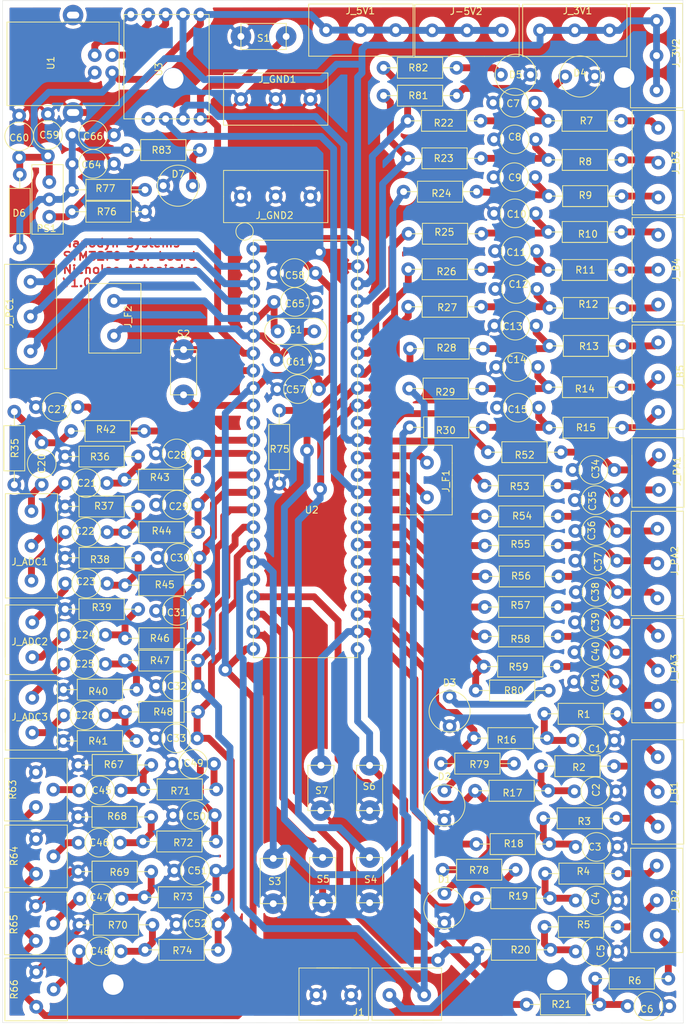
<source format=kicad_pcb>
(kicad_pcb (version 20171130) (host pcbnew "(5.1.5)-3")
  (title_block (title "Aether microcontroller") (date 2020-05-22) (rev "Version 1.0") (company Nanodyn) (comment 4 "Author: Nicholas Antonaides"))
  (layers (0 F.Cu signal) (31 B.Cu signal hide) (34 B.Paste user) (35 F.Paste user) (36 B.SilkS user) (37 F.SilkS user) (38 B.Mask user) (39 F.Mask user) (44 Edge.Cuts user))
  (net 0 "")
  (net 1 +3V3)
  (net 2 "Net-(PS1-Pad1)")
  (net 3 +5V)
  (net 4 GNDREF)
  (net 5 "Net-(U1-Pad2)")
  (net 6 "Net-(U1-Pad3)")
  (net 7 /PC13)
  (net 8 /PC14)
  (net 9 /PF0)
  (net 10 /PC15)
  (net 11 /PF1)
  (net 12 /NRST)
  (net 13 /PA0)
  (net 14 /PWM)
  (net 15 /ADC2)
  (net 16 /ADC3)
  (net 17 /ADC4)
  (net 18 /ADC5)
  (net 19 /ADC6)
  (net 20 /ADC7)
  (net 21 /ADC8)
  (net 22 /PB1)
  (net 23 /PB2)
  (net 24 /PB10)
  (net 25 /PB11)
  (net 26 /PB9)
  (net 27 /PB8)
  (net 28 /PB7)
  (net 29 /PB6)
  (net 30 /PB5)
  (net 31 /PB4)
  (net 32 /PB3)
  (net 33 /PA15)
  (net 34 /PA14)
  (net 35 /PF7)
  (net 36 /PF6)
  (net 37 /PA13)
  (net 38 /PA12)
  (net 39 /Limit)
  (net 40 /UART_TX)
  (net 41 /UART_RX)
  (net 42 /PA8)
  (net 43 /PB15)
  (net 44 /PB14)
  (net 45 /PB13)
  (net 46 "Net-(C1-Pad1)")
  (net 47 "Net-(C2-Pad1)")
  (net 48 "Net-(C3-Pad1)")
  (net 49 "Net-(C4-Pad1)")
  (net 50 "Net-(C5-Pad1)")
  (net 51 "Net-(C6-Pad1)")
  (net 52 "Net-(C7-Pad1)")
  (net 53 "Net-(C8-Pad1)")
  (net 54 "Net-(C9-Pad1)")
  (net 55 "Net-(C10-Pad1)")
  (net 56 "Net-(C11-Pad1)")
  (net 57 "Net-(C12-Pad1)")
  (net 58 "Net-(C13-Pad1)")
  (net 59 "Net-(C14-Pad1)")
  (net 60 "Net-(C15-Pad1)")
  (net 61 "Net-(C20-Pad2)")
  (net 62 "Net-(C20-Pad1)")
  (net 63 "Net-(C21-Pad2)")
  (net 64 "Net-(C21-Pad1)")
  (net 65 "Net-(C22-Pad2)")
  (net 66 "Net-(C22-Pad1)")
  (net 67 "Net-(C23-Pad2)")
  (net 68 "Net-(C23-Pad1)")
  (net 69 "Net-(C24-Pad1)")
  (net 70 "Net-(C24-Pad2)")
  (net 71 "Net-(C25-Pad1)")
  (net 72 "Net-(C25-Pad2)")
  (net 73 "Net-(C26-Pad2)")
  (net 74 "Net-(C26-Pad1)")
  (net 75 "Net-(C34-Pad1)")
  (net 76 "Net-(C35-Pad1)")
  (net 77 "Net-(C36-Pad1)")
  (net 78 "Net-(C37-Pad1)")
  (net 79 "Net-(C38-Pad1)")
  (net 80 "Net-(C39-Pad1)")
  (net 81 "Net-(C40-Pad1)")
  (net 82 "Net-(C41-Pad1)")
  (net 83 "Net-(C45-Pad1)")
  (net 84 "Net-(C45-Pad2)")
  (net 85 "Net-(C46-Pad1)")
  (net 86 "Net-(C46-Pad2)")
  (net 87 "Net-(C47-Pad1)")
  (net 88 "Net-(C47-Pad2)")
  (net 89 "Net-(C48-Pad1)")
  (net 90 "Net-(C48-Pad2)")
  (net 91 "Net-(J_B1-Pad2)")
  (net 92 "Net-(J_B1-Pad1)")
  (net 93 "Net-(J_B1-Pad3)")
  (net 94 "Net-(J_B2-Pad3)")
  (net 95 "Net-(J_B2-Pad1)")
  (net 96 "Net-(J_B2-Pad2)")
  (net 97 "Net-(J_B3-Pad2)")
  (net 98 "Net-(J_B3-Pad1)")
  (net 99 "Net-(J_B3-Pad3)")
  (net 100 "Net-(J_B4-Pad3)")
  (net 101 "Net-(J_B4-Pad1)")
  (net 102 "Net-(J_B4-Pad2)")
  (net 103 "Net-(J_B5-Pad2)")
  (net 104 "Net-(J_B5-Pad1)")
  (net 105 "Net-(J_B5-Pad3)")
  (net 106 /PB12)
  (net 107 "Net-(R75-Pad2)")
  (net 108 "Net-(U3-Pad6)")
  (net 109 "Net-(D1-Pad1)")
  (net 110 "Net-(D2-Pad1)")
  (net 111 "Net-(D3-Pad1)")
  (net 112 "Net-(D4-Pad1)")
  (net 113 "Net-(D5-Pad1)")
  (net 114 "Net-(D7-Pad1)")
  (module "Project Aether footprints:STM32F51C6_Header" (layer F.Cu) (at 91.1249 98.7619)
    (fp_text reference U2 (at 0.91948 13.9954) (layer F.SilkS))
    (fp_text value STM32F051C6)
    (pad 25 thru_hole circle (at 7.62 34.29) (size 2 2) (drill 1) (layers *.Cu *.Mask) (net 106 /PB12))
    (pad 26 thru_hole circle (at 7.62 31.75) (size 2 2) (drill 1) (layers *.Cu *.Mask) (net 45 /PB13))
    (pad 27 thru_hole circle (at 7.62 29.21) (size 2 2) (drill 1) (layers *.Cu *.Mask) (net 44 /PB14))
    (pad 28 thru_hole circle (at 7.62 26.67) (size 2 2) (drill 1) (layers *.Cu *.Mask) (net 43 /PB15))
    (pad 29 thru_hole circle (at 7.62 24.13) (size 2 2) (drill 1) (layers *.Cu *.Mask) (net 42 /PA8))
    (pad 30 thru_hole circle (at 7.62 21.59) (size 2 2) (drill 1) (layers *.Cu *.Mask) (net 41 /UART_RX))
    (pad 31 thru_hole circle (at 7.62 19.05) (size 2 2) (drill 1) (layers *.Cu *.Mask) (net 40 /UART_TX))
    (pad 32 thru_hole circle (at 7.62 16.51) (size 2 2) (drill 1) (layers *.Cu *.Mask) (net 39 /Limit))
    (pad 33 thru_hole circle (at 7.62 13.97) (size 2 2) (drill 1) (layers *.Cu *.Mask) (net 38 /PA12))
    (pad 34 thru_hole circle (at 7.62 11.43) (size 2 2) (drill 1) (layers *.Cu *.Mask) (net 37 /PA13))
    (pad 35 thru_hole circle (at 7.62 8.89) (size 2 2) (drill 1) (layers *.Cu *.Mask) (net 36 /PF6))
    (pad 36 thru_hole circle (at 7.62 6.35) (size 2 2) (drill 1) (layers *.Cu *.Mask) (net 35 /PF7))
    (pad 37 thru_hole circle (at 7.62 3.81) (size 2 2) (drill 1) (layers *.Cu *.Mask) (net 34 /PA14))
    (pad 38 thru_hole circle (at 7.62 1.27) (size 2 2) (drill 1) (layers *.Cu *.Mask) (net 33 /PA15))
    (pad 39 thru_hole circle (at 7.62 -1.27) (size 2 2) (drill 1) (layers *.Cu *.Mask) (net 32 /PB3))
    (pad 40 thru_hole circle (at 7.62 -3.81) (size 2 2) (drill 1) (layers *.Cu *.Mask) (net 31 /PB4))
    (pad 41 thru_hole circle (at 7.62 -6.35) (size 2 2) (drill 1) (layers *.Cu *.Mask) (net 30 /PB5))
    (pad 42 thru_hole circle (at 7.62 -8.89) (size 2 2) (drill 1) (layers *.Cu *.Mask) (net 29 /PB6))
    (pad 43 thru_hole circle (at 7.62 -11.43) (size 2 2) (drill 1) (layers *.Cu *.Mask) (net 28 /PB7))
    (pad 44 thru_hole circle (at 7.62 -13.97) (size 2 2) (drill 1) (layers *.Cu *.Mask) (net 107 "Net-(R75-Pad2)"))
    (pad 45 thru_hole circle (at 7.62 -16.51) (size 2 2) (drill 1) (layers *.Cu *.Mask) (net 27 /PB8))
    (pad 46 thru_hole circle (at 7.62 -19.05) (size 2 2) (drill 1) (layers *.Cu *.Mask) (net 26 /PB9))
    (pad 47 thru_hole circle (at 7.62 -21.59) (size 2 2) (drill 1) (layers *.Cu *.Mask) (net 4 GNDREF))
    (pad 48 thru_hole circle (at 7.62 -24.13) (size 2 2) (drill 1) (layers *.Cu *.Mask) (net 1 +3V3))
    (pad 24 thru_hole circle (at -7.62 34.29) (size 2 2) (drill 1) (layers *.Cu *.Mask) (net 1 +3V3))
    (pad 23 thru_hole circle (at -7.62 31.75) (size 2 2) (drill 1) (layers *.Cu *.Mask) (net 4 GNDREF))
    (pad 22 thru_hole circle (at -7.62 29.21) (size 2 2) (drill 1) (layers *.Cu *.Mask) (net 25 /PB11))
    (pad 21 thru_hole circle (at -7.62 26.67) (size 2 2) (drill 1) (layers *.Cu *.Mask) (net 24 /PB10))
    (pad 20 thru_hole circle (at -7.62 24.13) (size 2 2) (drill 1) (layers *.Cu *.Mask) (net 23 /PB2))
    (pad 19 thru_hole circle (at -7.62 21.59) (size 2 2) (drill 1) (layers *.Cu *.Mask) (net 22 /PB1))
    (pad 18 thru_hole circle (at -7.62 19.05) (size 2 2) (drill 1) (layers *.Cu *.Mask) (net 21 /ADC8))
    (pad 17 thru_hole circle (at -7.62 16.51) (size 2 2) (drill 1) (layers *.Cu *.Mask) (net 20 /ADC7))
    (pad 16 thru_hole circle (at -7.62 13.97) (size 2 2) (drill 1) (layers *.Cu *.Mask) (net 19 /ADC6))
    (pad 15 thru_hole circle (at -7.62 11.43) (size 2 2) (drill 1) (layers *.Cu *.Mask) (net 18 /ADC5))
    (pad 14 thru_hole circle (at -7.62 8.89) (size 2 2) (drill 1) (layers *.Cu *.Mask) (net 17 /ADC4))
    (pad 13 thru_hole circle (at -7.62 6.35) (size 2 2) (drill 1) (layers *.Cu *.Mask) (net 16 /ADC3))
    (pad 12 thru_hole circle (at -7.62 3.81) (size 2 2) (drill 1) (layers *.Cu *.Mask) (net 15 /ADC2))
    (pad 11 thru_hole circle (at -7.62 1.27) (size 2 2) (drill 1) (layers *.Cu *.Mask) (net 14 /PWM))
    (pad 10 thru_hole circle (at -7.62 -1.27) (size 2 2) (drill 1) (layers *.Cu *.Mask) (net 13 /PA0))
    (pad 9 thru_hole circle (at -7.62 -3.81) (size 2 2) (drill 1) (layers *.Cu *.Mask) (net 1 +3V3))
    (pad 8 thru_hole circle (at -7.62 -6.35) (size 2 2) (drill 1) (layers *.Cu *.Mask) (net 4 GNDREF))
    (pad 7 thru_hole circle (at -7.62 -8.89) (size 2 2) (drill 1) (layers *.Cu *.Mask) (net 12 /NRST))
    (pad 6 thru_hole circle (at -7.62 -11.43) (size 2 2) (drill 1) (layers *.Cu *.Mask) (net 11 /PF1))
    (pad 4 thru_hole circle (at -7.62 -16.51) (size 2 2) (drill 1) (layers *.Cu *.Mask) (net 10 /PC15))
    (pad 5 thru_hole circle (at -7.62 -13.97) (size 2 2) (drill 1) (layers *.Cu *.Mask) (net 9 /PF0))
    (pad 3 thru_hole circle (at -7.62 -19.05) (size 2 2) (drill 1) (layers *.Cu *.Mask) (net 8 /PC14))
    (pad 2 thru_hole circle (at -7.62 -21.59) (size 2 2) (drill 1) (layers *.Cu *.Mask) (net 7 /PC13))
    (pad 1 thru_hole circle (at -7.62 -24.13) (size 2 2) (drill 1) (layers *.Cu *.Mask) (net 1 +3V3))
  )
  (module "Project Aether footprints:C" (layer F.Cu) (at 122.151 97.81194 270)
    (fp_text reference C15 (at 0.26416 0.05334 180) (layer F.SilkS))
    (fp_text value C)
    (pad 2 thru_hole circle (at 0 3.048 270) (size 2 2) (drill 1) (layers *.Cu *.Mask) (net 4 GNDREF))
    (pad 1 thru_hole circle (at 0 -3.048 270) (size 2 2) (drill 1) (layers *.Cu *.Mask) (net 60 "Net-(C15-Pad1)"))
  )
  (module "Project Aether footprints:3-pin Terminal" (layer F.Cu) (at 142.18398 169.75744 270)
    (fp_text reference J_B2 (at 0.127 -2.9845 90) (layer F.SilkS))
    (fp_text value 3-pinTerminal)
    (pad 2 thru_hole circle (at 0 -0.254 270) (size 2 2) (drill 1) (layers *.Cu *.Mask) (net 96 "Net-(J_B2-Pad2)"))
    (pad 1 thru_hole circle (at -5.08 -0.254 270) (size 2 2) (drill 1) (layers *.Cu *.Mask) (net 95 "Net-(J_B2-Pad1)"))
    (pad 3 thru_hole circle (at 5.08 -0.254 270) (size 2 2) (drill 1) (layers *.Cu *.Mask) (net 94 "Net-(J_B2-Pad3)"))
  )
  (module "Project Aether footprints:3-pin Terminal" (layer F.Cu) (at 142.39988 62.04112 270)
    (fp_text reference J_B3 (at 0.0254 -2.8194 90) (layer F.SilkS))
    (fp_text value 3-pinTerminal)
    (pad 3 thru_hole circle (at 5.08 -0.254 270) (size 2 2) (drill 1) (layers *.Cu *.Mask) (net 99 "Net-(J_B3-Pad3)"))
    (pad 1 thru_hole circle (at -5.08 -0.254 270) (size 2 2) (drill 1) (layers *.Cu *.Mask) (net 98 "Net-(J_B3-Pad1)"))
    (pad 2 thru_hole circle (at 0 -0.254 270) (size 2 2) (drill 1) (layers *.Cu *.Mask) (net 97 "Net-(J_B3-Pad2)"))
  )
  (module "Project Aether footprints:3-pin Terminal" (layer F.Cu) (at 142.3313 153.92562 270)
    (fp_text reference J_B1 (at 0.21336 -2.64668 90) (layer F.SilkS))
    (fp_text value 3-pinTerminal)
    (pad 3 thru_hole circle (at 5.08 -0.254 270) (size 2 2) (drill 1) (layers *.Cu *.Mask) (net 93 "Net-(J_B1-Pad3)"))
    (pad 1 thru_hole circle (at -5.08 -0.254 270) (size 2 2) (drill 1) (layers *.Cu *.Mask) (net 92 "Net-(J_B1-Pad1)"))
    (pad 2 thru_hole circle (at 0 -0.254 270) (size 2 2) (drill 1) (layers *.Cu *.Mask) (net 91 "Net-(J_B1-Pad2)"))
  )
  (module "Project Aether footprints:3-pin Terminal" (layer F.Cu) (at 142.39226 77.66974 270)
    (fp_text reference J_B4 (at 0.03302 -2.88036 90) (layer F.SilkS))
    (fp_text value 3-pinTerminal)
    (pad 3 thru_hole circle (at 5.08 -0.254 270) (size 2 2) (drill 1) (layers *.Cu *.Mask) (net 100 "Net-(J_B4-Pad3)"))
    (pad 1 thru_hole circle (at -5.08 -0.254 270) (size 2 2) (drill 1) (layers *.Cu *.Mask) (net 101 "Net-(J_B4-Pad1)"))
    (pad 2 thru_hole circle (at 0 -0.254 270) (size 2 2) (drill 1) (layers *.Cu *.Mask) (net 102 "Net-(J_B4-Pad2)"))
  )
  (module "Project Aether footprints:3-pin Terminal" (layer F.Cu) (at 142.38972 93.36948 270)
    (fp_text reference J_B5 (at -0.06604 -3.4798 90) (layer F.SilkS))
    (fp_text value 3-pinTerminal)
    (pad 2 thru_hole circle (at 0 -0.254 270) (size 2 2) (drill 1) (layers *.Cu *.Mask) (net 103 "Net-(J_B5-Pad2)"))
    (pad 1 thru_hole circle (at -5.08 -0.254 270) (size 2 2) (drill 1) (layers *.Cu *.Mask) (net 104 "Net-(J_B5-Pad1)"))
    (pad 3 thru_hole circle (at 5.08 -0.254 270) (size 2 2) (drill 1) (layers *.Cu *.Mask) (net 105 "Net-(J_B5-Pad3)"))
  )
  (module "Project Aether footprints:R" (layer F.Cu) (at 61.98096 101.22716)
    (fp_text reference R42 (at 0 -0.233) (layer F.SilkS))
    (fp_text value R)
    (pad 1 thru_hole circle (at -5.08 0) (size 2 2) (drill 1) (layers *.Cu *.Mask) (net 61 "Net-(C20-Pad2)"))
    (pad 2 thru_hole circle (at 5.588 0) (size 2 2) (drill 1) (layers *.Cu *.Mask) (net 15 /ADC2))
  )
  (module "Project Aether footprints:3-pin Terminal" (layer F.Cu) (at 130.4695 42.98096)
    (fp_text reference J_3V1 (at 0.3937 -3.11658) (layer F.SilkS))
    (fp_text value 3-pinTerminal)
    (pad 2 thru_hole circle (at 0 -0.254) (size 2 2) (drill 1) (layers *.Cu *.Mask) (net 1 +3V3))
    (pad 1 thru_hole circle (at -5.08 -0.254) (size 2 2) (drill 1) (layers *.Cu *.Mask) (net 1 +3V3))
    (pad 3 thru_hole circle (at 5.08 -0.254) (size 2 2) (drill 1) (layers *.Cu *.Mask) (net 1 +3V3))
  )
  (module "Project Aether footprints:R" (layer F.Cu) (at 122.7606 135.61984 180)
    (fp_text reference R59 (at 0.508 -0.0635) (layer F.SilkS))
    (fp_text value R)
    (pad 1 thru_hole circle (at -5.08 0 180) (size 2 2) (drill 1) (layers *.Cu *.Mask) (net 82 "Net-(C41-Pad1)"))
    (pad 2 thru_hole circle (at 5.588 0 180) (size 2 2) (drill 1) (layers *.Cu *.Mask) (net 42 /PA8))
  )
  (module "Project Aether footprints:Potentiometers" (layer F.Cu) (at 51.75236 153.59288 270)
    (fp_text reference R63 (at 0 3.4 90) (layer F.SilkS))
    (fp_text value Potentiometer)
    (pad 1 thru_hole circle (at -2.54 0 270) (size 2 2) (drill 1) (layers *.Cu *.Mask) (net 4 GNDREF))
    (pad 2 thru_hole circle (at 0 -2.54 270) (size 2 2) (drill 1) (layers *.Cu *.Mask) (net 83 "Net-(C45-Pad1)"))
    (pad 3 thru_hole circle (at 2.54 0 270) (size 2 2) (drill 1) (layers *.Cu *.Mask) (net 1 +3V3))
  )
  (module "Project Aether footprints:C" (layer F.Cu) (at 133.40828 137.8398 270)
    (fp_text reference C41 (at 0.0635 -0.0635 90) (layer F.SilkS))
    (fp_text value C)
    (pad 2 thru_hole circle (at 0 3.048 270) (size 2 2) (drill 1) (layers *.Cu *.Mask) (net 4 GNDREF))
    (pad 1 thru_hole circle (at 0 -3.048 270) (size 2 2) (drill 1) (layers *.Cu *.Mask) (net 82 "Net-(C41-Pad1)"))
  )
  (module "Project Aether footprints:3-pin Terminal" (layer F.Cu) (at 142.35416 136.20912 270)
    (fp_text reference J_PA3 (at -0.25908 -2.6924 90) (layer F.SilkS))
    (fp_text value 3-pinTerminal)
    (pad 3 thru_hole circle (at 5.08 -0.254 270) (size 2 2) (drill 1) (layers *.Cu *.Mask) (net 82 "Net-(C41-Pad1)"))
    (pad 1 thru_hole circle (at -5.08 -0.254 270) (size 2 2) (drill 1) (layers *.Cu *.Mask) (net 80 "Net-(C39-Pad1)"))
    (pad 2 thru_hole circle (at 0 -0.254 270) (size 2 2) (drill 1) (layers *.Cu *.Mask) (net 81 "Net-(C40-Pad1)"))
  )
  (module "Project Aether footprints:C" (layer F.Cu) (at 133.581 115.82308 270)
    (fp_text reference C36 (at -0.04572 0.65532 90) (layer F.SilkS))
    (fp_text value C)
    (pad 1 thru_hole circle (at 0 -3.048 270) (size 2 2) (drill 1) (layers *.Cu *.Mask) (net 77 "Net-(C36-Pad1)"))
    (pad 2 thru_hole circle (at 0 3.048 270) (size 2 2) (drill 1) (layers *.Cu *.Mask) (net 4 GNDREF))
  )
  (module "Project Aether footprints:C" (layer F.Cu) (at 133.581 120.17156 270)
    (fp_text reference C37 (at 0.15748 -0.31496 90) (layer F.SilkS))
    (fp_text value C)
    (pad 2 thru_hole circle (at 0 3.048 270) (size 2 2) (drill 1) (layers *.Cu *.Mask) (net 4 GNDREF))
    (pad 1 thru_hole circle (at 0 -3.048 270) (size 2 2) (drill 1) (layers *.Cu *.Mask) (net 78 "Net-(C37-Pad1)"))
  )
  (module "Project Aether footprints:R" (layer F.Cu) (at 111.86908 95.02556 180)
    (fp_text reference R29 (at 0.3175 -0.5207) (layer F.SilkS))
    (fp_text value R)
    (pad 2 thru_hole circle (at 5.588 0 180) (size 2 2) (drill 1) (layers *.Cu *.Mask) (net 23 /PB2))
    (pad 1 thru_hole circle (at -5.08 0 180) (size 2 2) (drill 1) (layers *.Cu *.Mask) (net 59 "Net-(C14-Pad1)"))
  )
  (module "Project Aether footprints:C" (layer F.Cu) (at 121.77254 85.84092 270)
    (fp_text reference C13 (at 0.127 0.381 180) (layer F.SilkS))
    (fp_text value C)
    (pad 2 thru_hole circle (at 0 3.048 270) (size 2 2) (drill 1) (layers *.Cu *.Mask) (net 4 GNDREF))
    (pad 1 thru_hole circle (at 0 -3.048 270) (size 2 2) (drill 1) (layers *.Cu *.Mask) (net 58 "Net-(C13-Pad1)"))
  )
  (module "Project Aether footprints:C" (layer F.Cu) (at 133.63434 161.96218 90)
    (fp_text reference C3 (at 0 -0.254) (layer F.SilkS))
    (fp_text value C)
    (pad 1 thru_hole circle (at 0 -3.048 90) (size 2 2) (drill 1) (layers *.Cu *.Mask) (net 48 "Net-(C3-Pad1)"))
    (pad 2 thru_hole circle (at 0 3.048 90) (size 2 2) (drill 1) (layers *.Cu *.Mask) (net 4 GNDREF))
  )
  (module "Project Aether footprints:STM32F1_Debugger" (layer F.Cu) (at 69.30614 48.4091 270)
    (fp_text reference U3 (at 0 -0.4 90) (layer F.SilkS))
    (fp_text value STM32F1-debugger)
    (pad 3 thru_hole circle (at -8.001 -1.397 270) (size 2 2) (drill 1) (layers *.Cu *.Mask) (net 5 "Net-(U1-Pad2)"))
    (pad 4 thru_hole circle (at -8.001 1.143 270) (size 2 2) (drill 1) (layers *.Cu *.Mask) (net 6 "Net-(U1-Pad3)"))
    (pad 2 thru_hole circle (at -8.001 -3.937 270) (size 2 2) (drill 1) (layers *.Cu *.Mask) (net 1 +3V3))
    (pad 8 thru_hole circle (at 7.239 -3.937 270) (size 2 2) (drill 1) (layers *.Cu *.Mask) (net 34 /PA14))
    (pad 9 thru_hole circle (at 7.239 -6.477 270) (size 2 2) (drill 1) (layers *.Cu *.Mask) (net 12 /NRST))
    (pad 6 thru_hole circle (at 7.239 1.143 270) (size 2 2) (drill 1) (layers *.Cu *.Mask) (net 108 "Net-(U3-Pad6)"))
    (pad 1 thru_hole circle (at -8.001 -6.477 270) (size 2 2) (drill 1) (layers *.Cu *.Mask) (net 3 +5V))
    (pad 7 thru_hole circle (at 7.239 -1.397 270) (size 2 2) (drill 1) (layers *.Cu *.Mask) (net 37 /PA13))
    (pad 5 thru_hole circle (at -8.001 3.683 270) (size 2 2) (drill 1) (layers *.Cu *.Mask) (net 4 GNDREF))
  )
  (module "Project Aether footprints:C" (layer F.Cu) (at 133.2127 146.40722 90)
    (fp_text reference C1 (at -1.2065 0.1905 180) (layer F.SilkS))
    (fp_text value C)
    (pad 1 thru_hole circle (at 0 -3.048 90) (size 2 2) (drill 1) (layers *.Cu *.Mask) (net 46 "Net-(C1-Pad1)"))
    (pad 2 thru_hole circle (at 0 3.048 90) (size 2 2) (drill 1) (layers *.Cu *.Mask) (net 4 GNDREF))
  )
  (module "Project Aether footprints:C" (layer F.Cu) (at 133.46162 153.84434 90)
    (fp_text reference C2 (at 0.1905 0.127 90) (layer F.SilkS))
    (fp_text value C)
    (pad 1 thru_hole circle (at 0 -3.048 90) (size 2 2) (drill 1) (layers *.Cu *.Mask) (net 47 "Net-(C2-Pad1)"))
    (pad 2 thru_hole circle (at 0 3.048 90) (size 2 2) (drill 1) (layers *.Cu *.Mask) (net 4 GNDREF))
  )
  (module "Project Aether footprints:C" (layer F.Cu) (at 133.63942 169.78284 90)
    (fp_text reference C4 (at 0.3175 -0.127 90) (layer F.SilkS))
    (fp_text value C)
    (pad 2 thru_hole circle (at 0 3.048 90) (size 2 2) (drill 1) (layers *.Cu *.Mask) (net 4 GNDREF))
    (pad 1 thru_hole circle (at 0 -3.048 90) (size 2 2) (drill 1) (layers *.Cu *.Mask) (net 49 "Net-(C4-Pad1)"))
  )
  (module "Project Aether footprints:C" (layer F.Cu) (at 133.63942 177.23012 90)
    (fp_text reference C5 (at 0.0635 0.635 90) (layer F.SilkS))
    (fp_text value C)
    (pad 1 thru_hole circle (at 0 -3.048 90) (size 2 2) (drill 1) (layers *.Cu *.Mask) (net 50 "Net-(C5-Pad1)"))
    (pad 2 thru_hole circle (at 0 3.048 90) (size 2 2) (drill 1) (layers *.Cu *.Mask) (net 4 GNDREF))
  )
  (module "Project Aether footprints:C" (layer F.Cu) (at 141.22132 185.20064 90)
    (fp_text reference C6 (at -0.4445 -0.23114 180) (layer F.SilkS))
    (fp_text value C)
    (pad 2 thru_hole circle (at 0 3.048 90) (size 2 2) (drill 1) (layers *.Cu *.Mask) (net 4 GNDREF))
    (pad 1 thru_hole circle (at 0 -3.048 90) (size 2 2) (drill 1) (layers *.Cu *.Mask) (net 51 "Net-(C6-Pad1)"))
  )
  (module "Project Aether footprints:C" (layer F.Cu) (at 121.58458 53.29336 270)
    (fp_text reference C7 (at 0.127 0.127) (layer F.SilkS))
    (fp_text value C)
    (pad 2 thru_hole circle (at 0 3.048 270) (size 2 2) (drill 1) (layers *.Cu *.Mask) (net 4 GNDREF))
    (pad 1 thru_hole circle (at 0 -3.048 270) (size 2 2) (drill 1) (layers *.Cu *.Mask) (net 52 "Net-(C7-Pad1)"))
  )
  (module "Project Aether footprints:C" (layer F.Cu) (at 121.70904 58.64514 270)
    (fp_text reference C8 (at -0.34798 0.01524 180) (layer F.SilkS))
    (fp_text value C)
    (pad 1 thru_hole circle (at 0 -3.048 270) (size 2 2) (drill 1) (layers *.Cu *.Mask) (net 53 "Net-(C8-Pad1)"))
    (pad 2 thru_hole circle (at 0 3.048 270) (size 2 2) (drill 1) (layers *.Cu *.Mask) (net 4 GNDREF))
  )
  (module "Project Aether footprints:C" (layer F.Cu) (at 121.643 64.16456 270)
    (fp_text reference C9 (at 0.0635 -0.0635 180) (layer F.SilkS))
    (fp_text value C)
    (pad 2 thru_hole circle (at 0 3.048 270) (size 2 2) (drill 1) (layers *.Cu *.Mask) (net 4 GNDREF))
    (pad 1 thru_hole circle (at 0 -3.048 270) (size 2 2) (drill 1) (layers *.Cu *.Mask) (net 54 "Net-(C9-Pad1)"))
  )
  (module "Project Aether footprints:C" (layer F.Cu) (at 121.71666 69.44776 270)
    (fp_text reference C10 (at 0.127 -0.254 180) (layer F.SilkS))
    (fp_text value C)
    (pad 1 thru_hole circle (at 0 -3.048 270) (size 2 2) (drill 1) (layers *.Cu *.Mask) (net 55 "Net-(C10-Pad1)"))
    (pad 2 thru_hole circle (at 0 3.048 270) (size 2 2) (drill 1) (layers *.Cu *.Mask) (net 4 GNDREF))
  )
  (module "Project Aether footprints:C" (layer F.Cu) (at 121.86144 74.95448 270)
    (fp_text reference C11 (at 0.1905 -0.0635) (layer F.SilkS))
    (fp_text value C)
    (pad 2 thru_hole circle (at 0 3.048 270) (size 2 2) (drill 1) (layers *.Cu *.Mask) (net 4 GNDREF))
    (pad 1 thru_hole circle (at 0 -3.048 270) (size 2 2) (drill 1) (layers *.Cu *.Mask) (net 56 "Net-(C11-Pad1)"))
  )
  (module "Project Aether footprints:C" (layer F.Cu) (at 121.89954 80.48914 270)
    (fp_text reference C12 (at -0.69088 -0.34544 180) (layer F.SilkS))
    (fp_text value C)
    (pad 1 thru_hole circle (at 0 -3.048 270) (size 2 2) (drill 1) (layers *.Cu *.Mask) (net 57 "Net-(C12-Pad1)"))
    (pad 2 thru_hole circle (at 0 3.048 270) (size 2 2) (drill 1) (layers *.Cu *.Mask) (net 4 GNDREF))
  )
  (module "Project Aether footprints:C" (layer F.Cu) (at 122.024 91.88358 270)
    (fp_text reference C14 (at -1.0795 0.0635 180) (layer F.SilkS))
    (fp_text value C)
    (pad 1 thru_hole circle (at 0 -3.048 270) (size 2 2) (drill 1) (layers *.Cu *.Mask) (net 59 "Net-(C14-Pad1)"))
    (pad 2 thru_hole circle (at 0 3.048 270) (size 2 2) (drill 1) (layers *.Cu *.Mask) (net 4 GNDREF))
  )
  (module "Project Aether footprints:C" (layer F.Cu) (at 52.60056 105.99416 180)
    (fp_text reference C20 (at 0 0 270) (layer F.SilkS))
    (fp_text value C)
    (pad 2 thru_hole circle (at 0 3.048 180) (size 2 2) (drill 1) (layers *.Cu *.Mask) (net 61 "Net-(C20-Pad2)"))
    (pad 1 thru_hole circle (at 0 -3.048 180) (size 2 2) (drill 1) (layers *.Cu *.Mask) (net 62 "Net-(C20-Pad1)"))
  )
  (module "Project Aether footprints:C" (layer F.Cu) (at 59.06296 108.83236 90)
    (fp_text reference C21 (at -0.0094 0.1258 180) (layer F.SilkS))
    (fp_text value C)
    (pad 2 thru_hole circle (at 0 3.048 90) (size 2 2) (drill 1) (layers *.Cu *.Mask) (net 63 "Net-(C21-Pad2)"))
    (pad 1 thru_hole circle (at 0 -3.048 90) (size 2 2) (drill 1) (layers *.Cu *.Mask) (net 64 "Net-(C21-Pad1)"))
  )
  (module "Project Aether footprints:C" (layer F.Cu) (at 59.10056 115.99416 90)
    (fp_text reference C22 (at 0.1346 -0.2124 180) (layer F.SilkS))
    (fp_text value C)
    (pad 2 thru_hole circle (at 0 3.048 90) (size 2 2) (drill 1) (layers *.Cu *.Mask) (net 65 "Net-(C22-Pad2)"))
    (pad 1 thru_hole circle (at 0 -3.048 90) (size 2 2) (drill 1) (layers *.Cu *.Mask) (net 66 "Net-(C22-Pad1)"))
  )
  (module "Project Aether footprints:C" (layer F.Cu) (at 59.10056 123.49416 90)
    (fp_text reference C23 (at 0.2826 -0.06 180) (layer F.SilkS))
    (fp_text value C)
    (pad 2 thru_hole circle (at 0 3.048 90) (size 2 2) (drill 1) (layers *.Cu *.Mask) (net 67 "Net-(C23-Pad2)"))
    (pad 1 thru_hole circle (at 0 -3.048 90) (size 2 2) (drill 1) (layers *.Cu *.Mask) (net 68 "Net-(C23-Pad1)"))
  )
  (module "Project Aether footprints:C" (layer F.Cu) (at 58.85056 130.99416 90)
    (fp_text reference C24 (at 0 0.0884 180) (layer F.SilkS))
    (fp_text value C)
    (pad 1 thru_hole circle (at 0 -3.048 90) (size 2 2) (drill 1) (layers *.Cu *.Mask) (net 69 "Net-(C24-Pad1)"))
    (pad 2 thru_hole circle (at 0 3.048 90) (size 2 2) (drill 1) (layers *.Cu *.Mask) (net 70 "Net-(C24-Pad2)"))
  )
  (module "Project Aether footprints:C" (layer F.Cu) (at 58.85056 135.24416 90)
    (fp_text reference C25 (at 0 0 180) (layer F.SilkS))
    (fp_text value C)
    (pad 1 thru_hole circle (at 0 -3.048 90) (size 2 2) (drill 1) (layers *.Cu *.Mask) (net 71 "Net-(C25-Pad1)"))
    (pad 2 thru_hole circle (at 0 3.048 90) (size 2 2) (drill 1) (layers *.Cu *.Mask) (net 72 "Net-(C25-Pad2)"))
  )
  (module "Project Aether footprints:C" (layer F.Cu) (at 58.85056 142.74416 90)
    (fp_text reference C26 (at 0 0 180) (layer F.SilkS))
    (fp_text value C)
    (pad 2 thru_hole circle (at 0 3.048 90) (size 2 2) (drill 1) (layers *.Cu *.Mask) (net 73 "Net-(C26-Pad2)"))
    (pad 1 thru_hole circle (at 0 -3.048 90) (size 2 2) (drill 1) (layers *.Cu *.Mask) (net 74 "Net-(C26-Pad1)"))
  )
  (module "Project Aether footprints:C" (layer F.Cu) (at 54.80544 97.7332 270)
    (fp_text reference C27 (at 0.3434 -0.0796 180) (layer F.SilkS))
    (fp_text value C)
    (pad 1 thru_hole circle (at 0 -3.048 270) (size 2 2) (drill 1) (layers *.Cu *.Mask) (net 15 /ADC2))
    (pad 2 thru_hole circle (at 0 3.048 270) (size 2 2) (drill 1) (layers *.Cu *.Mask) (net 4 GNDREF))
  )
  (module "Project Aether footprints:C" (layer F.Cu) (at 72.32176 104.49796 270)
    (fp_text reference C28 (at 0.2462 -0.0288 180) (layer F.SilkS))
    (fp_text value C)
    (pad 2 thru_hole circle (at 0 3.048 270) (size 2 2) (drill 1) (layers *.Cu *.Mask) (net 4 GNDREF))
    (pad 1 thru_hole circle (at 0 -3.048 270) (size 2 2) (drill 1) (layers *.Cu *.Mask) (net 16 /ADC3))
  )
  (module "Project Aether footprints:C" (layer F.Cu) (at 72.35056 111.99416 270)
    (fp_text reference C29 (at 0.25 -0.25 180) (layer F.SilkS))
    (fp_text value C)
    (pad 1 thru_hole circle (at 0 -3.048 270) (size 2 2) (drill 1) (layers *.Cu *.Mask) (net 17 /ADC4))
    (pad 2 thru_hole circle (at 0 3.048 270) (size 2 2) (drill 1) (layers *.Cu *.Mask) (net 4 GNDREF))
  )
  (module "Project Aether footprints:C" (layer F.Cu) (at 72.60056 119.74416 270)
    (fp_text reference C30 (at 0.001 -0.1772 180) (layer F.SilkS))
    (fp_text value C)
    (pad 1 thru_hole circle (at 0 -3.048 270) (size 2 2) (drill 1) (layers *.Cu *.Mask) (net 18 /ADC5))
    (pad 2 thru_hole circle (at 0 3.048 270) (size 2 2) (drill 1) (layers *.Cu *.Mask) (net 4 GNDREF))
  )
  (module "Project Aether footprints:C" (layer F.Cu) (at 72.35056 127.49416 270)
    (fp_text reference C31 (at 0.25 0 180) (layer F.SilkS))
    (fp_text value C)
    (pad 2 thru_hole circle (at 0 3.048 270) (size 2 2) (drill 1) (layers *.Cu *.Mask) (net 4 GNDREF))
    (pad 1 thru_hole circle (at 0 -3.048 270) (size 2 2) (drill 1) (layers *.Cu *.Mask) (net 19 /ADC6))
  )
  (module "Project Aether footprints:C" (layer F.Cu) (at 72.35056 138.49416 270)
    (fp_text reference C32 (at 0 0) (layer F.SilkS))
    (fp_text value C)
    (pad 2 thru_hole circle (at 0 3.048 270) (size 2 2) (drill 1) (layers *.Cu *.Mask) (net 4 GNDREF))
    (pad 1 thru_hole circle (at 0 -3.048 270) (size 2 2) (drill 1) (layers *.Cu *.Mask) (net 20 /ADC7))
  )
  (module "Project Aether footprints:C" (layer F.Cu) (at 72.25056 146.09416 270)
    (fp_text reference C33 (at 0 0 180) (layer F.SilkS))
    (fp_text value C)
    (pad 1 thru_hole circle (at 0 -3.048 270) (size 2 2) (drill 1) (layers *.Cu *.Mask) (net 21 /ADC8))
    (pad 2 thru_hole circle (at 0 3.048 270) (size 2 2) (drill 1) (layers *.Cu *.Mask) (net 4 GNDREF))
  )
  (module "Project Aether footprints:C" (layer F.Cu) (at 133.18984 106.91276 270)
    (fp_text reference C34 (at -0.1409 -0.3316 90) (layer F.SilkS))
    (fp_text value C)
    (pad 2 thru_hole circle (at 0 3.048 270) (size 2 2) (drill 1) (layers *.Cu *.Mask) (net 4 GNDREF))
    (pad 1 thru_hole circle (at 0 -3.048 270) (size 2 2) (drill 1) (layers *.Cu *.Mask) (net 75 "Net-(C34-Pad1)"))
  )
  (module "Project Aether footprints:C" (layer F.Cu) (at 133.52004 111.3222 270)
    (fp_text reference C35 (at 0.12446 0.47498 90) (layer F.SilkS))
    (fp_text value C)
    (pad 2 thru_hole circle (at 0 3.048 270) (size 2 2) (drill 1) (layers *.Cu *.Mask) (net 4 GNDREF))
    (pad 1 thru_hole circle (at 0 -3.048 270) (size 2 2) (drill 1) (layers *.Cu *.Mask) (net 76 "Net-(C35-Pad1)"))
  )
  (module "Project Aether footprints:C" (layer F.Cu) (at 133.66228 124.75372 270)
    (fp_text reference C38 (at 0 0.1905 90) (layer F.SilkS))
    (fp_text value C)
    (pad 1 thru_hole circle (at 0 -3.048 270) (size 2 2) (drill 1) (layers *.Cu *.Mask) (net 79 "Net-(C38-Pad1)"))
    (pad 2 thru_hole circle (at 0 3.048 270) (size 2 2) (drill 1) (layers *.Cu *.Mask) (net 4 GNDREF))
  )
  (module "Project Aether footprints:C" (layer F.Cu) (at 133.54036 129.15808 270)
    (fp_text reference C39 (at 0 0.0635 90) (layer F.SilkS))
    (fp_text value C)
    (pad 2 thru_hole circle (at 0 3.048 270) (size 2 2) (drill 1) (layers *.Cu *.Mask) (net 4 GNDREF))
    (pad 1 thru_hole circle (at 0 -3.048 270) (size 2 2) (drill 1) (layers *.Cu *.Mask) (net 80 "Net-(C39-Pad1)"))
  )
  (module "Project Aether footprints:C" (layer F.Cu) (at 133.46416 133.5218 270)
    (fp_text reference C40 (at -0.1016 -0.0508 90) (layer F.SilkS))
    (fp_text value C)
    (pad 1 thru_hole circle (at 0 -3.048 270) (size 2 2) (drill 1) (layers *.Cu *.Mask) (net 81 "Net-(C40-Pad1)"))
    (pad 2 thru_hole circle (at 0 3.048 270) (size 2 2) (drill 1) (layers *.Cu *.Mask) (net 4 GNDREF))
  )
  (module "Project Aether footprints:C" (layer F.Cu) (at 61.11988 153.71226 90)
    (fp_text reference C45 (at 0 0.2355 180) (layer F.SilkS))
    (fp_text value C)
    (pad 2 thru_hole circle (at 0 3.048 90) (size 2 2) (drill 1) (layers *.Cu *.Mask) (net 84 "Net-(C45-Pad2)"))
    (pad 1 thru_hole circle (at 0 -3.048 90) (size 2 2) (drill 1) (layers *.Cu *.Mask) (net 83 "Net-(C45-Pad1)"))
  )
  (module "Project Aether footprints:C" (layer F.Cu) (at 61.00812 161.34242 90)
    (fp_text reference C46 (at 0 0 180) (layer F.SilkS))
    (fp_text value C)
    (pad 1 thru_hole circle (at 0 -3.048 90) (size 2 2) (drill 1) (layers *.Cu *.Mask) (net 85 "Net-(C46-Pad1)"))
    (pad 2 thru_hole circle (at 0 3.048 90) (size 2 2) (drill 1) (layers *.Cu *.Mask) (net 86 "Net-(C46-Pad2)"))
  )
  (module "Project Aether footprints:C" (layer F.Cu) (at 61.2291 169.51614 90)
    (fp_text reference C47 (at 0.1768 -0.2058 180) (layer F.SilkS))
    (fp_text value C)
    (pad 1 thru_hole circle (at 0 -3.048 90) (size 2 2) (drill 1) (layers *.Cu *.Mask) (net 87 "Net-(C47-Pad1)"))
    (pad 2 thru_hole circle (at 0 3.048 90) (size 2 2) (drill 1) (layers *.Cu *.Mask) (net 88 "Net-(C47-Pad2)"))
  )
  (module "Project Aether footprints:C" (layer F.Cu) (at 61.1148 177.19456 90)
    (fp_text reference C48 (at 0 0 180) (layer F.SilkS))
    (fp_text value C)
    (pad 1 thru_hole circle (at 0 -3.048 90) (size 2 2) (drill 1) (layers *.Cu *.Mask) (net 89 "Net-(C48-Pad1)"))
    (pad 2 thru_hole circle (at 0 3.048 90) (size 2 2) (drill 1) (layers *.Cu *.Mask) (net 90 "Net-(C48-Pad2)"))
  )
  (module "Project Aether footprints:C" (layer F.Cu) (at 74.72412 149.83622 270)
    (fp_text reference C49 (at -0.09398 -0.05842 180) (layer F.SilkS))
    (fp_text value C)
    (pad 2 thru_hole circle (at 0 3.048 270) (size 2 2) (drill 1) (layers *.Cu *.Mask) (net 4 GNDREF))
    (pad 1 thru_hole circle (at 0 -3.048 270) (size 2 2) (drill 1) (layers *.Cu *.Mask) (net 18 /ADC5))
  )
  (module "Project Aether footprints:C" (layer F.Cu) (at 74.8308 157.32414 270)
    (fp_text reference C50 (at 0.17018 -0.31496 180) (layer F.SilkS))
    (fp_text value C)
    (pad 2 thru_hole circle (at 0 3.048 270) (size 2 2) (drill 1) (layers *.Cu *.Mask) (net 4 GNDREF))
    (pad 1 thru_hole circle (at 0 -3.048 270) (size 2 2) (drill 1) (layers *.Cu *.Mask) (net 19 /ADC6))
  )
  (module "Project Aether footprints:C" (layer F.Cu) (at 75.0086 165.4242 270)
    (fp_text reference C51 (at 0.0068 -0.3354 180) (layer F.SilkS))
    (fp_text value C)
    (pad 1 thru_hole circle (at 0 -3.048 270) (size 2 2) (drill 1) (layers *.Cu *.Mask) (net 20 /ADC7))
    (pad 2 thru_hole circle (at 0 3.048 270) (size 2 2) (drill 1) (layers *.Cu *.Mask) (net 4 GNDREF))
  )
  (module "Project Aether footprints:C" (layer F.Cu) (at 75.3261 173.2601 270)
    (fp_text reference C52 (at -0.12446 0.00762 180) (layer F.SilkS))
    (fp_text value C)
    (pad 2 thru_hole circle (at 0 3.048 270) (size 2 2) (drill 1) (layers *.Cu *.Mask) (net 4 GNDREF))
    (pad 1 thru_hole circle (at 0 -3.048 270) (size 2 2) (drill 1) (layers *.Cu *.Mask) (net 21 /ADC8))
  )
  (module "Project Aether footprints:C" (layer F.Cu) (at 90.05048 95.11446 270)
    (fp_text reference C57 (at 0.0635 0.3175 180) (layer F.SilkS))
    (fp_text value 1u)
    (pad 2 thru_hole circle (at 0 3.048 270) (size 2 2) (drill 1) (layers *.Cu *.Mask) (net 4 GNDREF))
    (pad 1 thru_hole circle (at 0 -3.048 270) (size 2 2) (drill 1) (layers *.Cu *.Mask) (net 1 +3V3))
  )
  (module "Project Aether footprints:C" (layer F.Cu) (at 89.5374 78.15742 270)
    (fp_text reference C58 (at 0.34732 -0.0453) (layer F.SilkS))
    (fp_text value 100n)
    (pad 1 thru_hole circle (at 0 -3.048 270) (size 2 2) (drill 1) (layers *.Cu *.Mask) (net 1 +3V3))
    (pad 2 thru_hole circle (at 0 3.048 270) (size 2 2) (drill 1) (layers *.Cu *.Mask) (net 4 GNDREF))
  )
  (module "Project Aether footprints:C" (layer F.Cu) (at 53.50614 58.0091 180)
    (fp_text reference C59 (at -0.2 0 180) (layer F.SilkS))
    (fp_text value C)
    (pad 1 thru_hole circle (at 0 -3.048 180) (size 2 2) (drill 1) (layers *.Cu *.Mask) (net 3 +5V))
    (pad 2 thru_hole circle (at 0 3.048 180) (size 2 2) (drill 1) (layers *.Cu *.Mask) (net 4 GNDREF))
  )
  (module "Project Aether footprints:C" (layer F.Cu) (at 49.30614 58.2091)
    (fp_text reference C60 (at 0 0.2085) (layer F.SilkS))
    (fp_text value C)
    (pad 2 thru_hole circle (at 0 3.048) (size 2 2) (drill 1) (layers *.Cu *.Mask) (net 3 +5V))
    (pad 1 thru_hole circle (at 0 -3.048) (size 2 2) (drill 1) (layers *.Cu *.Mask) (net 4 GNDREF))
  )
  (module "Project Aether footprints:C" (layer F.Cu) (at 89.97174 90.81678 90)
    (fp_text reference C61 (at -0.3175 -0.254 180) (layer F.SilkS))
    (fp_text value C)
    (pad 2 thru_hole circle (at 0 3.048 90) (size 2 2) (drill 1) (layers *.Cu *.Mask) (net 4 GNDREF))
    (pad 1 thru_hole circle (at 0 -3.048 90) (size 2 2) (drill 1) (layers *.Cu *.Mask) (net 11 /PF1))
  )
  (module "Project Aether footprints:C" (layer F.Cu) (at 60.10614 62.2091 90)
    (fp_text reference C64 (at -0.127 -0.2555 180) (layer F.SilkS))
    (fp_text value C)
    (pad 1 thru_hole circle (at 0 -3.048 90) (size 2 2) (drill 1) (layers *.Cu *.Mask) (net 1 +3V3))
    (pad 2 thru_hole circle (at 0 3.048 90) (size 2 2) (drill 1) (layers *.Cu *.Mask) (net 4 GNDREF))
  )
  (module "Project Aether footprints:C" (layer F.Cu) (at 89.59328 82.38144 90)
    (fp_text reference C65 (at -0.26 -0.03 180) (layer F.SilkS))
    (fp_text value C)
    (pad 1 thru_hole circle (at 0 -3.048 90) (size 2 2) (drill 1) (layers *.Cu *.Mask) (net 9 /PF0))
    (pad 2 thru_hole circle (at 0 3.048 90) (size 2 2) (drill 1) (layers *.Cu *.Mask) (net 4 GNDREF))
  )
  (module "Project Aether footprints:C" (layer F.Cu) (at 60.10614 58.0091 90)
    (fp_text reference C66 (at -0.2 0 180) (layer F.SilkS))
    (fp_text value C)
    (pad 2 thru_hole circle (at 0 3.048 90) (size 2 2) (drill 1) (layers *.Cu *.Mask) (net 4 GNDREF))
    (pad 1 thru_hole circle (at 0 -3.048 90) (size 2 2) (drill 1) (layers *.Cu *.Mask) (net 1 +3V3))
  )
  (module "Project Aether footprints:Diode" (layer F.Cu) (at 49.39814 69.6131 90)
    (fp_text reference D6 (at 0.204 -0.092 180) (layer F.SilkS))
    (fp_text value Diode)
    (pad 1 thru_hole circle (at -4.826 0 90) (size 2 2) (drill 1) (layers *.Cu *.Mask) (net 1 +3V3))
    (pad 2 thru_hole circle (at 5.842 0 90) (size 2 2) (drill 1) (layers *.Cu *.Mask) (net 3 +5V))
  )
  (module "Project Aether footprints:LED" (layer F.Cu) (at 72.50614 65.4091 270)
    (fp_text reference D7 (at -1.69412 -0.0412 180) (layer F.SilkS))
    (fp_text value LED)
    (pad 2 thru_hole circle (at 0 2.159 270) (size 2 2) (drill 1) (layers *.Cu *.Mask) (net 4 GNDREF))
    (pad 1 thru_hole circle (at 0 -2.159 270) (size 2 2) (drill 1) (layers *.Cu *.Mask) (net 114 "Net-(D7-Pad1)"))
  )
  (module "Project Aether footprints:Oscillator" (layer F.Cu) (at 89.73806 86.67658 180)
    (fp_text reference G1 (at 0.04544 0.22468) (layer F.SilkS))
    (fp_text value Oscillator)
    (pad 2 thru_hole circle (at 2.667 0 270) (size 2 2) (drill 1) (layers *.Cu *.Mask) (net 9 /PF0))
    (pad 1 thru_hole circle (at -2.667 0 270) (size 2 2) (drill 1) (layers *.Cu *.Mask) (net 11 /PF1))
  )
  (module "Project Aether footprints:MotorHeaders" (layer F.Cu) (at 100.59656 183.57504 180)
    (fp_text reference J1 (at 1.6891 -2.51714 180) (layer F.SilkS))
    (fp_text value MotorHeader)
    (pad 1 thru_hole circle (at -7.874 0 180) (size 2 2) (drill 1) (layers *.Cu *.Mask) (net 23 /PB2))
    (pad 2 thru_hole circle (at -2.794 0 180) (size 2 2) (drill 1) (layers *.Cu *.Mask) (net 25 /PB11))
    (pad 3 thru_hole circle (at 2.794 0 180) (size 2 2) (drill 1) (layers *.Cu *.Mask) (net 4 GNDREF))
    (pad 4 thru_hole circle (at 7.874 0 180) (size 2 2) (drill 1) (layers *.Cu *.Mask) (net 4 GNDREF))
  )
  (module "Project Aether footprints:3-pin Terminal" (layer F.Cu) (at 114.7215 42.9835)
    (fp_text reference J-5V2 (at -0.12446 -3.03784) (layer F.SilkS))
    (fp_text value 3-pinTerminal)
    (pad 3 thru_hole circle (at 5.08 -0.254) (size 2 2) (drill 1) (layers *.Cu *.Mask) (net 3 +5V))
    (pad 1 thru_hole circle (at -5.08 -0.254) (size 2 2) (drill 1) (layers *.Cu *.Mask) (net 3 +5V))
    (pad 2 thru_hole circle (at 0 -0.254) (size 2 2) (drill 1) (layers *.Cu *.Mask) (net 3 +5V))
  )
  (module "Project Aether footprints:3-pin Terminal" (layer F.Cu) (at 50.85056 117.99416 270)
    (fp_text reference J_ADC1 (at 2.326 0) (layer F.SilkS))
    (fp_text value 3-pinTerminal)
    (pad 3 thru_hole circle (at 5.08 -0.254 270) (size 2 2) (drill 1) (layers *.Cu *.Mask) (net 66 "Net-(C22-Pad1)"))
    (pad 1 thru_hole circle (at -5.08 -0.254 270) (size 2 2) (drill 1) (layers *.Cu *.Mask) (net 62 "Net-(C20-Pad1)"))
    (pad 2 thru_hole circle (at 0 -0.254 270) (size 2 2) (drill 1) (layers *.Cu *.Mask) (net 64 "Net-(C21-Pad1)"))
  )
  (module "Project Aether footprints:2-pin Terminal" (layer F.Cu) (at 51.21976 131.70836 270)
    (fp_text reference J_ADC2 (at 0.2858 0.3692 180) (layer F.SilkS))
    (fp_text value 2-pinTerminal)
    (pad 1 thru_hole circle (at -2.54 0 270) (size 2 2) (drill 1) (layers *.Cu *.Mask) (net 68 "Net-(C23-Pad1)"))
    (pad 2 thru_hole circle (at 2.54 0 270) (size 2 2) (drill 1) (layers *.Cu *.Mask) (net 69 "Net-(C24-Pad1)"))
  )
  (module "Project Aether footprints:2-pin Terminal" (layer F.Cu) (at 51.21976 142.73196 270)
    (fp_text reference J_ADC3 (at 0.2622 0.3692) (layer F.SilkS))
    (fp_text value 2-pinTerminal)
    (pad 2 thru_hole circle (at 2.54 0 270) (size 2 2) (drill 1) (layers *.Cu *.Mask) (net 74 "Net-(C26-Pad1)"))
    (pad 1 thru_hole circle (at -2.54 0 270) (size 2 2) (drill 1) (layers *.Cu *.Mask) (net 71 "Net-(C25-Pad1)"))
  )
  (module "Project Aether footprints:3-pin Terminal" (layer F.Cu) (at 86.7815 53.0165)
    (fp_text reference J_GND1 (at 0.24164 -3.1516) (layer F.SilkS))
    (fp_text value 3-pinTerminal)
    (pad 3 thru_hole circle (at 5.08 -0.254) (size 2 2) (drill 1) (layers *.Cu *.Mask) (net 4 GNDREF))
    (pad 1 thru_hole circle (at -5.08 -0.254) (size 2 2) (drill 1) (layers *.Cu *.Mask) (net 4 GNDREF))
    (pad 2 thru_hole circle (at 0 -0.254) (size 2 2) (drill 1) (layers *.Cu *.Mask) (net 4 GNDREF))
  )
  (module "Project Aether footprints:3-pin Terminal" (layer F.Cu) (at 86.7815 66.7325 180)
    (fp_text reference J_GND2 (at 0.16798 -3.01698) (layer F.SilkS))
    (fp_text value 3-pinTerminal)
    (pad 2 thru_hole circle (at 0 -0.254 180) (size 2 2) (drill 1) (layers *.Cu *.Mask) (net 4 GNDREF))
    (pad 1 thru_hole circle (at -5.08 -0.254 180) (size 2 2) (drill 1) (layers *.Cu *.Mask) (net 4 GNDREF))
    (pad 3 thru_hole circle (at 5.08 -0.254 180) (size 2 2) (drill 1) (layers *.Cu *.Mask) (net 4 GNDREF))
  )
  (module "Project Aether footprints:2-pin Terminal" (layer F.Cu) (at 142.7504 107.28868 270)
    (fp_text reference J_PA1 (at -0.1905 -2.63906 90) (layer F.SilkS))
    (fp_text value 2-pinTerminal)
    (pad 1 thru_hole circle (at -2.54 0 270) (size 2 2) (drill 1) (layers *.Cu *.Mask) (net 75 "Net-(C34-Pad1)"))
    (pad 2 thru_hole circle (at 2.54 0 270) (size 2 2) (drill 1) (layers *.Cu *.Mask) (net 76 "Net-(C35-Pad1)"))
  )
  (module "Project Aether footprints:3-pin Terminal" (layer F.Cu) (at 142.27796 120.5678 270)
    (fp_text reference J_PA2 (at -0.37084 -2.7686 90) (layer F.SilkS))
    (fp_text value 3-pinTerminal)
    (pad 2 thru_hole circle (at 0 -0.254 270) (size 2 2) (drill 1) (layers *.Cu *.Mask) (net 78 "Net-(C37-Pad1)"))
    (pad 1 thru_hole circle (at -5.08 -0.254 270) (size 2 2) (drill 1) (layers *.Cu *.Mask) (net 77 "Net-(C36-Pad1)"))
    (pad 3 thru_hole circle (at 5.08 -0.254 270) (size 2 2) (drill 1) (layers *.Cu *.Mask) (net 79 "Net-(C38-Pad1)"))
  )
  (module "Project Aether footprints:LM317" (layer F.Cu) (at 53.70614 67.4091 90)
    (fp_text reference PS1 (at -4.231 -0.4085) (layer F.SilkS))
    (fp_text value LM317)
    (pad 3 thru_hole circle (at 2.54 0 90) (size 2 2) (drill 1) (layers *.Cu *.Mask) (net 3 +5V))
    (pad 1 thru_hole circle (at -2.54 0 90) (size 2 2) (drill 1) (layers *.Cu *.Mask) (net 2 "Net-(PS1-Pad1)"))
    (pad 2 thru_hole circle (at 0 0 90) (size 2 2) (drill 1) (layers *.Cu *.Mask) (net 1 +3V3))
  )
  (module "Project Aether footprints:R" (layer F.Cu) (at 131.60234 142.51594 180)
    (fp_text reference R1 (at -0.17272 -0.08636) (layer F.SilkS))
    (fp_text value R)
    (pad 2 thru_hole circle (at 5.588 0 180) (size 2 2) (drill 1) (layers *.Cu *.Mask) (net 46 "Net-(C1-Pad1)"))
    (pad 1 thru_hole circle (at -5.08 0 180) (size 2 2) (drill 1) (layers *.Cu *.Mask) (net 92 "Net-(J_B1-Pad1)"))
  )
  (module "Project Aether footprints:R" (layer F.Cu) (at 131.11974 150.16134 180)
    (fp_text reference R2 (at 0.04572 -0.1778) (layer F.SilkS))
    (fp_text value R)
    (pad 2 thru_hole circle (at 5.588 0 180) (size 2 2) (drill 1) (layers *.Cu *.Mask) (net 47 "Net-(C2-Pad1)"))
    (pad 1 thru_hole circle (at -5.08 0 180) (size 2 2) (drill 1) (layers *.Cu *.Mask) (net 91 "Net-(J_B1-Pad2)"))
  )
  (module "Project Aether footprints:R" (layer F.Cu) (at 131.45502 157.77626 180)
    (fp_text reference R3 (at -0.3937 -0.44958) (layer F.SilkS))
    (fp_text value R)
    (pad 2 thru_hole circle (at 5.588 0 180) (size 2 2) (drill 1) (layers *.Cu *.Mask) (net 48 "Net-(C3-Pad1)"))
    (pad 1 thru_hole circle (at -5.08 0 180) (size 2 2) (drill 1) (layers *.Cu *.Mask) (net 93 "Net-(J_B1-Pad3)"))
  )
  (module "Project Aether footprints:R" (layer F.Cu) (at 131.7141 165.85092 180)
    (fp_text reference R4 (at 0 0.3175) (layer F.SilkS))
    (fp_text value R)
    (pad 1 thru_hole circle (at -5.08 0 180) (size 2 2) (drill 1) (layers *.Cu *.Mask) (net 95 "Net-(J_B2-Pad1)"))
    (pad 2 thru_hole circle (at 5.588 0 180) (size 2 2) (drill 1) (layers *.Cu *.Mask) (net 49 "Net-(C4-Pad1)"))
  )
  (module "Project Aether footprints:R" (layer F.Cu) (at 131.63028 173.63348 180)
    (fp_text reference R5 (at -0.127 0.3175) (layer F.SilkS))
    (fp_text value R)
    (pad 1 thru_hole circle (at -5.08 0 180) (size 2 2) (drill 1) (layers *.Cu *.Mask) (net 96 "Net-(J_B2-Pad2)"))
    (pad 2 thru_hole circle (at 5.588 0 180) (size 2 2) (drill 1) (layers *.Cu *.Mask) (net 50 "Net-(C5-Pad1)"))
  )
  (module "Project Aether footprints:R" (layer F.Cu) (at 139.04708 181.1849 180)
    (fp_text reference R6 (at -0.1651 -0.3048) (layer F.SilkS))
    (fp_text value R)
    (pad 1 thru_hole circle (at -5.08 0 180) (size 2 2) (drill 1) (layers *.Cu *.Mask) (net 94 "Net-(J_B2-Pad3)"))
    (pad 2 thru_hole circle (at 5.588 0 180) (size 2 2) (drill 1) (layers *.Cu *.Mask) (net 51 "Net-(C6-Pad1)"))
  )
  (module "Project Aether footprints:R" (layer F.Cu) (at 132.16114 55.9375 180)
    (fp_text reference R7 (at 0 0) (layer F.SilkS))
    (fp_text value R)
    (pad 1 thru_hole circle (at -5.08 0 180) (size 2 2) (drill 1) (layers *.Cu *.Mask) (net 98 "Net-(J_B3-Pad1)"))
    (pad 2 thru_hole circle (at 5.588 0 180) (size 2 2) (drill 1) (layers *.Cu *.Mask) (net 52 "Net-(C7-Pad1)"))
  )
  (module "Project Aether footprints:R" (layer F.Cu) (at 132.18908 61.64234 180)
    (fp_text reference R8 (at 0.1905 -0.254) (layer F.SilkS))
    (fp_text value R)
    (pad 1 thru_hole circle (at -5.08 0 180) (size 2 2) (drill 1) (layers *.Cu *.Mask) (net 97 "Net-(J_B3-Pad2)"))
    (pad 2 thru_hole circle (at 5.588 0 180) (size 2 2) (drill 1) (layers *.Cu *.Mask) (net 53 "Net-(C8-Pad1)"))
  )
  (module "Project Aether footprints:R" (layer F.Cu) (at 132.24496 66.92808 180)
    (fp_text reference R9 (at 0.2286 0.11176) (layer F.SilkS))
    (fp_text value R)
    (pad 1 thru_hole circle (at -5.08 0 180) (size 2 2) (drill 1) (layers *.Cu *.Mask) (net 99 "Net-(J_B3-Pad3)"))
    (pad 2 thru_hole circle (at 5.588 0 180) (size 2 2) (drill 1) (layers *.Cu *.Mask) (net 54 "Net-(C9-Pad1)"))
  )
  (module "Project Aether footprints:R" (layer F.Cu) (at 132.18908 72.16048 180)
    (fp_text reference R10 (at -0.1905 -0.3175) (layer F.SilkS))
    (fp_text value R)
    (pad 1 thru_hole circle (at -5.08 0 180) (size 2 2) (drill 1) (layers *.Cu *.Mask) (net 101 "Net-(J_B4-Pad1)"))
    (pad 2 thru_hole circle (at 5.588 0 180) (size 2 2) (drill 1) (layers *.Cu *.Mask) (net 55 "Net-(C10-Pad1)"))
  )
  (module "Project Aether footprints:R" (layer F.Cu) (at 132.18908 77.71546 180)
    (fp_text reference R11 (at 0.1905 0) (layer F.SilkS))
    (fp_text value R)
    (pad 1 thru_hole circle (at -5.08 0 180) (size 2 2) (drill 1) (layers *.Cu *.Mask) (net 102 "Net-(J_B4-Pad2)"))
    (pad 2 thru_hole circle (at 5.588 0 180) (size 2 2) (drill 1) (layers *.Cu *.Mask) (net 56 "Net-(C11-Pad1)"))
  )
  (module "Project Aether footprints:R" (layer F.Cu) (at 132.3491 83.26028 180)
    (fp_text reference R12 (at -0.1016 0.5461) (layer F.SilkS))
    (fp_text value R)
    (pad 1 thru_hole circle (at -5.08 0 180) (size 2 2) (drill 1) (layers *.Cu *.Mask) (net 100 "Net-(J_B4-Pad3)"))
    (pad 2 thru_hole circle (at 5.588 0 180) (size 2 2) (drill 1) (layers *.Cu *.Mask) (net 57 "Net-(C12-Pad1)"))
  )
  (module "Project Aether footprints:R" (layer F.Cu) (at 132.3491 88.80002 180)
    (fp_text reference R13 (at -0.1905 -0.0635) (layer F.SilkS))
    (fp_text value R)
    (pad 1 thru_hole circle (at -5.08 0 180) (size 2 2) (drill 1) (layers *.Cu *.Mask) (net 104 "Net-(J_B5-Pad1)"))
    (pad 2 thru_hole circle (at 5.588 0 180) (size 2 2) (drill 1) (layers *.Cu *.Mask) (net 58 "Net-(C13-Pad1)"))
  )
  (module "Project Aether footprints:R" (layer F.Cu) (at 132.22464 94.82236 180)
    (fp_text reference R14 (at 0.2921 -0.254) (layer F.SilkS))
    (fp_text value R)
    (pad 1 thru_hole circle (at -5.08 0 180) (size 2 2) (drill 1) (layers *.Cu *.Mask) (net 103 "Net-(J_B5-Pad2)"))
    (pad 2 thru_hole circle (at 5.588 0 180) (size 2 2) (drill 1) (layers *.Cu *.Mask) (net 59 "Net-(C14-Pad1)"))
  )
  (module "Project Aether footprints:R" (layer F.Cu) (at 132.30084 100.74056 180)
    (fp_text reference R15 (at 0.20574 0.01016) (layer F.SilkS))
    (fp_text value R)
    (pad 1 thru_hole circle (at -5.08 0 180) (size 2 2) (drill 1) (layers *.Cu *.Mask) (net 105 "Net-(J_B5-Pad3)"))
    (pad 2 thru_hole circle (at 5.588 0 180) (size 2 2) (drill 1) (layers *.Cu *.Mask) (net 60 "Net-(C15-Pad1)"))
  )
  (module "Project Aether footprints:R" (layer F.Cu) (at 121.33058 146.07194 180)
    (fp_text reference R16 (at 0.8255 -0.254) (layer F.SilkS))
    (fp_text value R)
    (pad 1 thru_hole circle (at -5.08 0 180) (size 2 2) (drill 1) (layers *.Cu *.Mask) (net 46 "Net-(C1-Pad1)"))
    (pad 2 thru_hole circle (at 5.588 0 180) (size 2 2) (drill 1) (layers *.Cu *.Mask) (net 43 /PB15))
  )
  (module "Project Aether footprints:R" (layer F.Cu) (at 121.49822 153.75798 180)
    (fp_text reference R17 (at 0.127 -0.3175) (layer F.SilkS))
    (fp_text value R)
    (pad 1 thru_hole circle (at -5.08 0 180) (size 2 2) (drill 1) (layers *.Cu *.Mask) (net 47 "Net-(C2-Pad1)"))
    (pad 2 thru_hole circle (at 5.588 0 180) (size 2 2) (drill 1) (layers *.Cu *.Mask) (net 44 /PB14))
  )
  (module "Project Aether footprints:R" (layer F.Cu) (at 121.66586 161.54054 180)
    (fp_text reference R18 (at 0.127 0.0635) (layer F.SilkS))
    (fp_text value R)
    (pad 1 thru_hole circle (at -5.08 0 180) (size 2 2) (drill 1) (layers *.Cu *.Mask) (net 48 "Net-(C3-Pad1)"))
    (pad 2 thru_hole circle (at 5.588 0 180) (size 2 2) (drill 1) (layers *.Cu *.Mask) (net 45 /PB13))
  )
  (module "Project Aether footprints:R" (layer F.Cu) (at 121.7573 169.4501 180)
    (fp_text reference R19 (at -0.4445 0.3175) (layer F.SilkS))
    (fp_text value R)
    (pad 1 thru_hole circle (at -5.08 0 180) (size 2 2) (drill 1) (layers *.Cu *.Mask) (net 49 "Net-(C4-Pad1)"))
    (pad 2 thru_hole circle (at 5.588 0 180) (size 2 2) (drill 1) (layers *.Cu *.Mask) (net 106 /PB12))
  )
  (module "Project Aether footprints:R" (layer F.Cu) (at 121.84112 176.9812 180)
    (fp_text reference R20 (at -0.6985 0) (layer F.SilkS))
    (fp_text value R)
    (pad 1 thru_hole circle (at -5.08 0 180) (size 2 2) (drill 1) (layers *.Cu *.Mask) (net 50 "Net-(C5-Pad1)"))
    (pad 2 thru_hole circle (at 5.588 0 180) (size 2 2) (drill 1) (layers *.Cu *.Mask) (net 25 /PB11))
  )
  (module "Project Aether footprints:R" (layer F.Cu) (at 129.00646 184.96442 180)
    (fp_text reference R21 (at 0.4953 0.0254) (layer F.SilkS))
    (fp_text value R)
    (pad 2 thru_hole circle (at 5.588 0 180) (size 2 2) (drill 1) (layers *.Cu *.Mask) (net 24 /PB10))
    (pad 1 thru_hole circle (at -5.08 0 180) (size 2 2) (drill 1) (layers *.Cu *.Mask) (net 51 "Net-(C6-Pad1)"))
  )
  (module "Project Aether footprints:R" (layer F.Cu) (at 111.6354 55.9375 180)
    (fp_text reference R22 (at 0.3175 -0.3175) (layer F.SilkS))
    (fp_text value R)
    (pad 2 thru_hole circle (at 5.588 0 180) (size 2 2) (drill 1) (layers *.Cu *.Mask) (net 26 /PB9))
    (pad 1 thru_hole circle (at -5.08 0 180) (size 2 2) (drill 1) (layers *.Cu *.Mask) (net 52 "Net-(C7-Pad1)"))
  )
  (module "Project Aether footprints:R" (layer F.Cu) (at 111.6989 61.41374 180)
    (fp_text reference R23 (at 0.381 0) (layer F.SilkS))
    (fp_text value R)
    (pad 1 thru_hole circle (at -5.08 0 180) (size 2 2) (drill 1) (layers *.Cu *.Mask) (net 53 "Net-(C8-Pad1)"))
    (pad 2 thru_hole circle (at 5.588 0 180) (size 2 2) (drill 1) (layers *.Cu *.Mask) (net 27 /PB8))
  )
  (module "Project Aether footprints:R" (layer F.Cu) (at 111.04866 66.27784 180)
    (fp_text reference R24 (at 0.0635 -0.254) (layer F.SilkS))
    (fp_text value R)
    (pad 1 thru_hole circle (at -5.08 0 180) (size 2 2) (drill 1) (layers *.Cu *.Mask) (net 54 "Net-(C9-Pad1)"))
    (pad 2 thru_hole circle (at 5.588 0 180) (size 2 2) (drill 1) (layers *.Cu *.Mask) (net 28 /PB7))
  )
  (module "Project Aether footprints:R" (layer F.Cu) (at 111.7624 72.42464 180)
    (fp_text reference R25 (at 0.34544 0.2286) (layer F.SilkS))
    (fp_text value R)
    (pad 2 thru_hole circle (at 5.588 0 180) (size 2 2) (drill 1) (layers *.Cu *.Mask) (net 29 /PB6))
    (pad 1 thru_hole circle (at -5.08 0 180) (size 2 2) (drill 1) (layers *.Cu *.Mask) (net 55 "Net-(C10-Pad1)"))
  )
  (module "Project Aether footprints:R" (layer F.Cu) (at 111.72938 77.61132 180)
    (fp_text reference R26 (at 0 -0.3429) (layer F.SilkS))
    (fp_text value R)
    (pad 2 thru_hole circle (at 5.588 0 180) (size 2 2) (drill 1) (layers *.Cu *.Mask) (net 30 /PB5))
    (pad 1 thru_hole circle (at -5.08 0 180) (size 2 2) (drill 1) (layers *.Cu *.Mask) (net 56 "Net-(C11-Pad1)"))
  )
  (module "Project Aether footprints:R" (layer F.Cu) (at 111.72938 83.0901 180)
    (fp_text reference R27 (at -0.1016 -0.1016) (layer F.SilkS))
    (fp_text value R)
    (pad 2 thru_hole circle (at 5.588 0 180) (size 2 2) (drill 1) (layers *.Cu *.Mask) (net 31 /PB4))
    (pad 1 thru_hole circle (at -5.08 0 180) (size 2 2) (drill 1) (layers *.Cu *.Mask) (net 57 "Net-(C12-Pad1)"))
  )
  (module "Project Aether footprints:R" (layer F.Cu) (at 111.98338 89.19626 180)
    (fp_text reference R28 (at 0.254 0.1016) (layer F.SilkS))
    (fp_text value R)
    (pad 2 thru_hole circle (at 5.588 0 180) (size 2 2) (drill 1) (layers *.Cu *.Mask) (net 32 /PB3))
    (pad 1 thru_hole circle (at -5.08 0 180) (size 2 2) (drill 1) (layers *.Cu *.Mask) (net 58 "Net-(C13-Pad1)"))
  )
  (module "Project Aether footprints:R" (layer F.Cu) (at 111.94528 100.6923 180)
    (fp_text reference R30 (at 0.3175 -0.4445) (layer F.SilkS))
    (fp_text value R)
    (pad 2 thru_hole circle (at 5.588 0 180) (size 2 2) (drill 1) (layers *.Cu *.Mask) (net 22 /PB1))
    (pad 1 thru_hole circle (at -5.08 0 180) (size 2 2) (drill 1) (layers *.Cu *.Mask) (net 60 "Net-(C15-Pad1)"))
  )
  (module "Project Aether footprints:R" (layer F.Cu) (at 48.60056 103.99416 90)
    (fp_text reference R35 (at 0.2556 0.0854 90) (layer F.SilkS))
    (fp_text value R)
    (pad 2 thru_hole circle (at 5.588 0 90) (size 2 2) (drill 1) (layers *.Cu *.Mask) (net 61 "Net-(C20-Pad2)"))
    (pad 1 thru_hole circle (at -5.08 0 90) (size 2 2) (drill 1) (layers *.Cu *.Mask) (net 4 GNDREF))
  )
  (module "Project Aether footprints:R" (layer F.Cu) (at 61.09496 104.95516)
    (fp_text reference R36 (at 0.0056 0.039) (layer F.SilkS))
    (fp_text value R)
    (pad 2 thru_hole circle (at 5.588 0) (size 2 2) (drill 1) (layers *.Cu *.Mask) (net 63 "Net-(C21-Pad2)"))
    (pad 1 thru_hole circle (at -5.08 0) (size 2 2) (drill 1) (layers *.Cu *.Mask) (net 4 GNDREF))
  )
  (module "Project Aether footprints:R" (layer F.Cu) (at 61.10056 112.24416)
    (fp_text reference R37 (at 0.6072 -0.0582) (layer F.SilkS))
    (fp_text value R)
    (pad 2 thru_hole circle (at 5.588 0) (size 2 2) (drill 1) (layers *.Cu *.Mask) (net 65 "Net-(C22-Pad2)"))
    (pad 1 thru_hole circle (at -5.08 0) (size 2 2) (drill 1) (layers *.Cu *.Mask) (net 4 GNDREF))
  )
  (module "Project Aether footprints:R" (layer F.Cu) (at 61.10056 119.74416)
    (fp_text reference R38 (at 0 0.25) (layer F.SilkS))
    (fp_text value R)
    (pad 2 thru_hole circle (at 5.588 0) (size 2 2) (drill 1) (layers *.Cu *.Mask) (net 67 "Net-(C23-Pad2)"))
    (pad 1 thru_hole circle (at -5.08 0) (size 2 2) (drill 1) (layers *.Cu *.Mask) (net 4 GNDREF))
  )
  (module "Project Aether footprints:R" (layer F.Cu) (at 61.10056 127.24416)
    (fp_text reference R39 (at 0.25 -0.25) (layer F.SilkS))
    (fp_text value R)
    (pad 2 thru_hole circle (at 5.588 0) (size 2 2) (drill 1) (layers *.Cu *.Mask) (net 70 "Net-(C24-Pad2)"))
    (pad 1 thru_hole circle (at -5.08 0) (size 2 2) (drill 1) (layers *.Cu *.Mask) (net 4 GNDREF))
  )
  (module "Project Aether footprints:R" (layer F.Cu) (at 60.85056 138.99416)
    (fp_text reference R40 (at 0 0.25) (layer F.SilkS))
    (fp_text value R)
    (pad 2 thru_hole circle (at 5.588 0) (size 2 2) (drill 1) (layers *.Cu *.Mask) (net 72 "Net-(C25-Pad2)"))
    (pad 1 thru_hole circle (at -5.08 0) (size 2 2) (drill 1) (layers *.Cu *.Mask) (net 4 GNDREF))
  )
  (module "Project Aether footprints:R" (layer F.Cu) (at 60.85056 146.49416)
    (fp_text reference R41 (at 0 0) (layer F.SilkS))
    (fp_text value R)
    (pad 1 thru_hole circle (at -5.08 0) (size 2 2) (drill 1) (layers *.Cu *.Mask) (net 4 GNDREF))
    (pad 2 thru_hole circle (at 5.588 0) (size 2 2) (drill 1) (layers *.Cu *.Mask) (net 73 "Net-(C26-Pad2)"))
  )
  (module "Project Aether footprints:R" (layer F.Cu) (at 69.78176 108.32436)
    (fp_text reference R43 (at 0.0688 -0.3302) (layer F.SilkS))
    (fp_text value R)
    (pad 1 thru_hole circle (at -5.08 0) (size 2 2) (drill 1) (layers *.Cu *.Mask) (net 63 "Net-(C21-Pad2)"))
    (pad 2 thru_hole circle (at 5.588 0) (size 2 2) (drill 1) (layers *.Cu *.Mask) (net 16 /ADC3))
  )
  (module "Project Aether footprints:R" (layer F.Cu) (at 69.85056 115.99416)
    (fp_text reference R44 (at 0.268 -0.1774) (layer F.SilkS))
    (fp_text value R)
    (pad 2 thru_hole circle (at 5.588 0) (size 2 2) (drill 1) (layers *.Cu *.Mask) (net 17 /ADC4))
    (pad 1 thru_hole circle (at -5.08 0) (size 2 2) (drill 1) (layers *.Cu *.Mask) (net 65 "Net-(C22-Pad2)"))
  )
  (module "Project Aether footprints:R" (layer F.Cu) (at 69.85056 123.74416)
    (fp_text reference R45 (at 0.7172 -0.0754) (layer F.SilkS))
    (fp_text value R)
    (pad 1 thru_hole circle (at -5.08 0) (size 2 2) (drill 1) (layers *.Cu *.Mask) (net 67 "Net-(C23-Pad2)"))
    (pad 2 thru_hole circle (at 5.588 0) (size 2 2) (drill 1) (layers *.Cu *.Mask) (net 18 /ADC5))
  )
  (module "Project Aether footprints:R" (layer F.Cu) (at 69.85056 131.49416)
    (fp_text reference R46 (at 0 0) (layer F.SilkS))
    (fp_text value R)
    (pad 1 thru_hole circle (at -5.08 0) (size 2 2) (drill 1) (layers *.Cu *.Mask) (net 70 "Net-(C24-Pad2)"))
    (pad 2 thru_hole circle (at 5.588 0) (size 2 2) (drill 1) (layers *.Cu *.Mask) (net 19 /ADC6))
  )
  (module "Project Aether footprints:R" (layer F.Cu) (at 69.85056 134.74416)
    (fp_text reference R47 (at 0 0) (layer F.SilkS))
    (fp_text value R)
    (pad 1 thru_hole circle (at -5.08 0) (size 2 2) (drill 1) (layers *.Cu *.Mask) (net 72 "Net-(C25-Pad2)"))
    (pad 2 thru_hole circle (at 5.588 0) (size 2 2) (drill 1) (layers *.Cu *.Mask) (net 20 /ADC7))
  )
  (module "Project Aether footprints:R" (layer F.Cu) (at 69.85056 142.24416)
    (fp_text reference R48 (at 0.5 0) (layer F.SilkS))
    (fp_text value R)
    (pad 1 thru_hole circle (at -5.08 0) (size 2 2) (drill 1) (layers *.Cu *.Mask) (net 73 "Net-(C26-Pad2)"))
    (pad 2 thru_hole circle (at 5.588 0) (size 2 2) (drill 1) (layers *.Cu *.Mask) (net 21 /ADC8))
  )
  (module "Project Aether footprints:R" (layer F.Cu) (at 123.3702 104.31688 180)
    (fp_text reference R52 (at 0.2286 -0.4191) (layer F.SilkS))
    (fp_text value R)
    (pad 2 thru_hole circle (at 5.588 0 180) (size 2 2) (drill 1) (layers *.Cu *.Mask) (net 33 /PA15))
    (pad 1 thru_hole circle (at -5.08 0 180) (size 2 2) (drill 1) (layers *.Cu *.Mask) (net 75 "Net-(C34-Pad1)"))
  )
  (module "Project Aether footprints:R" (layer F.Cu) (at 122.86728 109.214 180)
    (fp_text reference R53 (at 0.46228 -0.11684 180) (layer F.SilkS))
    (fp_text value R)
    (pad 1 thru_hole circle (at -5.08 0 180) (size 2 2) (drill 1) (layers *.Cu *.Mask) (net 76 "Net-(C35-Pad1)"))
    (pad 2 thru_hole circle (at 5.588 0 180) (size 2 2) (drill 1) (layers *.Cu *.Mask) (net 34 /PA14))
  )
  (module "Project Aether footprints:R" (layer F.Cu) (at 122.913 113.68948 180)
    (fp_text reference R54 (at 0.14224 0.0508) (layer F.SilkS))
    (fp_text value R)
    (pad 2 thru_hole circle (at 5.588 0 180) (size 2 2) (drill 1) (layers *.Cu *.Mask) (net 37 /PA13))
    (pad 1 thru_hole circle (at -5.08 0 180) (size 2 2) (drill 1) (layers *.Cu *.Mask) (net 77 "Net-(C36-Pad1)"))
  )
  (module "Project Aether footprints:R" (layer F.Cu) (at 122.913 117.95668 180)
    (fp_text reference R55 (at 0.381 0.1905) (layer F.SilkS))
    (fp_text value R)
    (pad 2 thru_hole circle (at 5.588 0 180) (size 2 2) (drill 1) (layers *.Cu *.Mask) (net 38 /PA12))
    (pad 1 thru_hole circle (at -5.08 0 180) (size 2 2) (drill 1) (layers *.Cu *.Mask) (net 78 "Net-(C37-Pad1)"))
  )
  (module "Project Aether footprints:R" (layer F.Cu) (at 122.99428 122.46264 180)
    (fp_text reference R56 (at 0.381 0.0635) (layer F.SilkS))
    (fp_text value R)
    (pad 1 thru_hole circle (at -5.08 0 180) (size 2 2) (drill 1) (layers *.Cu *.Mask) (net 79 "Net-(C38-Pad1)"))
    (pad 2 thru_hole circle (at 5.588 0 180) (size 2 2) (drill 1) (layers *.Cu *.Mask) (net 39 /Limit))
  )
  (module "Project Aether footprints:R" (layer F.Cu) (at 122.90284 126.92796 180)
    (fp_text reference R57 (at 0.381 0.254) (layer F.SilkS))
    (fp_text value R)
    (pad 1 thru_hole circle (at -5.08 0 180) (size 2 2) (drill 1) (layers *.Cu *.Mask) (net 80 "Net-(C39-Pad1)"))
    (pad 2 thru_hole circle (at 5.588 0 180) (size 2 2) (drill 1) (layers *.Cu *.Mask) (net 40 /UART_TX))
  )
  (module "Project Aether footprints:R" (layer F.Cu) (at 122.90284 131.22564 180)
    (fp_text reference R58 (at 0.381 -0.381) (layer F.SilkS))
    (fp_text value R)
    (pad 2 thru_hole circle (at 5.588 0 180) (size 2 2) (drill 1) (layers *.Cu *.Mask) (net 41 /UART_RX))
    (pad 1 thru_hole circle (at -5.08 0 180) (size 2 2) (drill 1) (layers *.Cu *.Mask) (net 81 "Net-(C40-Pad1)"))
  )
  (module "Project Aether footprints:Potentiometers" (layer F.Cu) (at 51.77014 163.3414 270)
    (fp_text reference R64 (at -0.05 3.2 90) (layer F.SilkS))
    (fp_text value Potentiometer)
    (pad 3 thru_hole circle (at 2.54 0 270) (size 2 2) (drill 1) (layers *.Cu *.Mask) (net 1 +3V3))
    (pad 2 thru_hole circle (at 0 -2.54 270) (size 2 2) (drill 1) (layers *.Cu *.Mask) (net 85 "Net-(C46-Pad1)"))
    (pad 1 thru_hole circle (at -2.54 0 270) (size 2 2) (drill 1) (layers *.Cu *.Mask) (net 4 GNDREF))
  )
  (module "Project Aether footprints:Potentiometers" (layer F.Cu) (at 51.74982 173.1331 270)
    (fp_text reference R65 (at 0.1372 3.211 90) (layer F.SilkS))
    (fp_text value Potentiometer)
    (pad 3 thru_hole circle (at 2.54 0 270) (size 2 2) (drill 1) (layers *.Cu *.Mask) (net 1 +3V3))
    (pad 2 thru_hole circle (at 0 -2.54 270) (size 2 2) (drill 1) (layers *.Cu *.Mask) (net 87 "Net-(C47-Pad1)"))
    (pad 1 thru_hole circle (at -2.54 0 270) (size 2 2) (drill 1) (layers *.Cu *.Mask) (net 4 GNDREF))
  )
  (module "Project Aether footprints:Potentiometers" (layer F.Cu) (at 51.80062 182.76478 270)
    (fp_text reference R66 (at 0 3.211 90) (layer F.SilkS))
    (fp_text value Potentiometer)
    (pad 1 thru_hole circle (at -2.54 0 270) (size 2 2) (drill 1) (layers *.Cu *.Mask) (net 4 GNDREF))
    (pad 2 thru_hole circle (at 0 -2.54 270) (size 2 2) (drill 1) (layers *.Cu *.Mask) (net 89 "Net-(C48-Pad1)"))
    (pad 3 thru_hole circle (at 2.54 0 270) (size 2 2) (drill 1) (layers *.Cu *.Mask) (net 1 +3V3))
  )
  (module "Project Aether footprints:R" (layer F.Cu) (at 63.0198 149.9937)
    (fp_text reference R67 (at 0.09652 -0.06858) (layer F.SilkS))
    (fp_text value R)
    (pad 2 thru_hole circle (at 5.588 0) (size 2 2) (drill 1) (layers *.Cu *.Mask) (net 84 "Net-(C45-Pad2)"))
    (pad 1 thru_hole circle (at -5.08 0) (size 2 2) (drill 1) (layers *.Cu *.Mask) (net 4 GNDREF))
  )
  (module "Project Aether footprints:R" (layer F.Cu) (at 63.00202 157.58068)
    (fp_text reference R68 (at 0.613 -0.0872) (layer F.SilkS))
    (fp_text value R)
    (pad 2 thru_hole circle (at 5.588 0) (size 2 2) (drill 1) (layers *.Cu *.Mask) (net 86 "Net-(C46-Pad2)"))
    (pad 1 thru_hole circle (at -5.08 0) (size 2 2) (drill 1) (layers *.Cu *.Mask) (net 4 GNDREF))
  )
  (module "Project Aether footprints:R" (layer F.Cu) (at 63.00456 165.56136)
    (fp_text reference R69 (at 0.9622 0.0988) (layer F.SilkS))
    (fp_text value R)
    (pad 2 thru_hole circle (at 5.588 0) (size 2 2) (drill 1) (layers *.Cu *.Mask) (net 88 "Net-(C47-Pad2)"))
    (pad 1 thru_hole circle (at -5.08 0) (size 2 2) (drill 1) (layers *.Cu *.Mask) (net 4 GNDREF))
  )
  (module "Project Aether footprints:R" (layer F.Cu) (at 63.1849 173.33122)
    (fp_text reference R70 (at 0.53594 0.04318) (layer F.SilkS))
    (fp_text value R)
    (pad 2 thru_hole circle (at 5.588 0) (size 2 2) (drill 1) (layers *.Cu *.Mask) (net 90 "Net-(C48-Pad2)"))
    (pad 1 thru_hole circle (at -5.08 0) (size 2 2) (drill 1) (layers *.Cu *.Mask) (net 4 GNDREF))
  )
  (module "Project Aether footprints:R" (layer F.Cu) (at 72.50924 153.55478)
    (fp_text reference R71 (at 0.34036 0.23622) (layer F.SilkS))
    (fp_text value R)
    (pad 2 thru_hole circle (at 5.588 0) (size 2 2) (drill 1) (layers *.Cu *.Mask) (net 18 /ADC5))
    (pad 1 thru_hole circle (at -5.08 0) (size 2 2) (drill 1) (layers *.Cu *.Mask) (net 84 "Net-(C45-Pad2)"))
  )
  (module "Project Aether footprints:R" (layer F.Cu) (at 72.46352 161.15954)
    (fp_text reference R72 (at 0.80772 0.18542) (layer F.SilkS))
    (fp_text value R)
    (pad 1 thru_hole circle (at -5.08 0) (size 2 2) (drill 1) (layers *.Cu *.Mask) (net 86 "Net-(C46-Pad2)"))
    (pad 2 thru_hole circle (at 5.588 0) (size 2 2) (drill 1) (layers *.Cu *.Mask) (net 19 /ADC6))
  )
  (module "Project Aether footprints:R" (layer F.Cu) (at 72.68958 169.31294)
    (fp_text reference R73 (at 0.5262 -0.0688) (layer F.SilkS))
    (fp_text value R)
    (pad 2 thru_hole circle (at 5.588 0) (size 2 2) (drill 1) (layers *.Cu *.Mask) (net 20 /ADC7))
    (pad 1 thru_hole circle (at -5.08 0) (size 2 2) (drill 1) (layers *.Cu *.Mask) (net 88 "Net-(C47-Pad2)"))
  )
  (module "Project Aether footprints:R" (layer F.Cu) (at 72.7734 176.98628)
    (fp_text reference R74 (at 0.377 0.114) (layer F.SilkS))
    (fp_text value R)
    (pad 1 thru_hole circle (at -5.08 0) (size 2 2) (drill 1) (layers *.Cu *.Mask) (net 90 "Net-(C48-Pad2)"))
    (pad 2 thru_hole circle (at 5.588 0) (size 2 2) (drill 1) (layers *.Cu *.Mask) (net 21 /ADC8))
  )
  (module "Project Aether footprints:R" (layer F.Cu) (at 62.10614 69.2091)
    (fp_text reference R76 (at 0 0) (layer F.SilkS))
    (fp_text value R)
    (pad 2 thru_hole circle (at 5.588 0) (size 2 2) (drill 1) (layers *.Cu *.Mask) (net 4 GNDREF))
    (pad 1 thru_hole circle (at -5.08 0) (size 2 2) (drill 1) (layers *.Cu *.Mask) (net 2 "Net-(PS1-Pad1)"))
  )
  (module "Project Aether footprints:R" (layer F.Cu) (at 62.10614 66.0091)
    (fp_text reference R77 (at -0.2 -0.2) (layer F.SilkS))
    (fp_text value R)
    (pad 1 thru_hole circle (at -5.08 0) (size 2 2) (drill 1) (layers *.Cu *.Mask) (net 1 +3V3))
    (pad 2 thru_hole circle (at 5.588 0) (size 2 2) (drill 1) (layers *.Cu *.Mask) (net 2 "Net-(PS1-Pad1)"))
  )
  (module "Project Aether footprints:Mini Button" (layer F.Cu) (at 85.0035 43.6185 90)
    (fp_text reference S1 (at -0.254 0 180) (layer F.SilkS))
    (fp_text value Button)
    (pad 1 thru_hole circle (at 0 -3.302 90) (size 3 3) (drill 1) (layers *.Cu *.Mask) (net 4 GNDREF))
    (pad 2 thru_hole circle (at 0 3.302 90) (size 3 3) (drill 1) (layers *.Cu *.Mask) (net 12 /NRST))
  )
  (module "Project Aether footprints:Mini Button" (layer F.Cu) (at 86.41828 166.94058 180)
    (fp_text reference S3 (at -0.21844 -0.0508) (layer F.SilkS))
    (fp_text value Button)
    (pad 2 thru_hole circle (at 0 3.302 180) (size 3 3) (drill 1) (layers *.Cu *.Mask) (net 22 /PB1))
    (pad 1 thru_hole circle (at 0 -3.302 180) (size 3 3) (drill 1) (layers *.Cu *.Mask) (net 4 GNDREF))
  )
  (module "Project Aether footprints:Mini Button" (layer F.Cu) (at 100.4975 166.8085 180)
    (fp_text reference S4 (at -0.1474 0.1002) (layer F.SilkS))
    (fp_text value Button)
    (pad 1 thru_hole circle (at 0 -3.302 180) (size 3 3) (drill 1) (layers *.Cu *.Mask) (net 4 GNDREF))
    (pad 2 thru_hole circle (at 0 3.302 180) (size 3 3) (drill 1) (layers *.Cu *.Mask) (net 32 /PB3))
  )
  (module "Project Aether footprints:Mini Button" (layer F.Cu) (at 93.6395 166.8085 180)
    (fp_text reference S5 (at -0.0762 0.1524) (layer F.SilkS))
    (fp_text value Button)
    (pad 1 thru_hole circle (at 0 -3.302 180) (size 3 3) (drill 1) (layers *.Cu *.Mask) (net 4 GNDREF))
    (pad 2 thru_hole circle (at 0 3.302 180) (size 3 3) (drill 1) (layers *.Cu *.Mask) (net 31 /PB4))
  )
  (module "Project Aether footprints:Mini Button" (layer F.Cu) (at 100.4975 153.3465 180)
    (fp_text reference S6 (at 0.0585 0.23) (layer F.SilkS))
    (fp_text value Button)
    (pad 1 thru_hole circle (at 0 -3.302 180) (size 3 3) (drill 1) (layers *.Cu *.Mask) (net 4 GNDREF))
    (pad 2 thru_hole circle (at 0 3.302 180) (size 3 3) (drill 1) (layers *.Cu *.Mask) (net 106 /PB12))
  )
  (module "Project Aether footprints:Mini Button" (layer F.Cu) (at 93.3855 153.3465 180)
    (fp_text reference S7 (at -0.1143 -0.381) (layer F.SilkS))
    (fp_text value Button)
    (pad 1 thru_hole circle (at 0 -3.302 180) (size 3 3) (drill 1) (layers *.Cu *.Mask) (net 4 GNDREF))
    (pad 2 thru_hole circle (at 0 3.302 180) (size 3 3) (drill 1) (layers *.Cu *.Mask) (net 45 /PB13))
  )
  (module "Project Aether footprints:61729-0010BLF" (layer F.Cu) (at 57.30614 47.6091 270)
    (fp_text reference U1 (at -0.1185 3.3695 90) (layer F.SilkS))
    (fp_text value 61729-0010BLF)
    (pad 1 thru_hole circle (at 1.27 -5.588 270) (size 2 2) (drill 1) (layers *.Cu *.Mask) (net 3 +5V))
    (pad 2 thru_hole circle (at -1.27 -5.588 270) (size 2 2) (drill 1) (layers *.Cu *.Mask) (net 5 "Net-(U1-Pad2)"))
    (pad 3 thru_hole circle (at -1.27 -3.048 270) (size 2 2) (drill 1) (layers *.Cu *.Mask) (net 6 "Net-(U1-Pad3)"))
    (pad 4 thru_hole circle (at 1.27 -3.048 270) (size 2 2) (drill 1) (layers *.Cu *.Mask) (net 4 GNDREF))
    (pad 5 thru_hole circle (at 7.112 0.127 270) (size 3 3) (drill oval 1 1.8) (layers *.Cu *.Mask) (net 4 GNDREF))
    (pad 6 thru_hole circle (at -7.112 0.127 270) (size 3 3) (drill oval 1 1.8) (layers *.Cu *.Mask) (net 4 GNDREF))
  )
  (module "Project Aether footprints:R" (layer F.Cu) (at 70.10614 60.2091)
    (fp_text reference R83 (at 0 0) (layer F.SilkS))
    (fp_text value R)
    (pad 1 thru_hole circle (at -5.08 0) (size 2 2) (drill 1) (layers *.Cu *.Mask) (net 1 +3V3))
    (pad 2 thru_hole circle (at 5.588 0) (size 2 2) (drill 1) (layers *.Cu *.Mask) (net 114 "Net-(D7-Pad1)"))
  )
  (module "Project Aether footprints:3-pin Terminal" (layer F.Cu) (at 142.1535 46.4125 270)
    (fp_text reference J_3V2 (at -0.352101 -3.120701 90) (layer F.SilkS))
    (fp_text value 3-pinTerminal)
    (pad 3 thru_hole circle (at 5.08 -0.254 270) (size 2 2) (drill 1) (layers *.Cu *.Mask) (net 1 +3V3))
    (pad 1 thru_hole circle (at -5.08 -0.254 270) (size 2 2) (drill 1) (layers *.Cu *.Mask) (net 1 +3V3))
    (pad 2 thru_hole circle (at 0 -0.254 270) (size 2 2) (drill 1) (layers *.Cu *.Mask) (net 1 +3V3))
  )
  (module "Project Aether footprints:3-pin Terminal" (layer F.Cu) (at 99.2275 42.94286)
    (fp_text reference J_5V1 (at -0.09144 -3.07848) (layer F.SilkS))
    (fp_text value 3-pinTerminal)
    (pad 2 thru_hole circle (at 0 -0.254) (size 2 2) (drill 1) (layers *.Cu *.Mask) (net 3 +5V))
    (pad 1 thru_hole circle (at -5.08 -0.254) (size 2 2) (drill 1) (layers *.Cu *.Mask) (net 3 +5V))
    (pad 3 thru_hole circle (at 5.08 -0.254) (size 2 2) (drill 1) (layers *.Cu *.Mask) (net 3 +5V))
  )
  (module "Project Aether footprints:LED" (layer F.Cu) (at 111.4195 170.8725)
    (fp_text reference D1 (at 0 -4.191) (layer F.SilkS))
    (fp_text value LED)
    (pad 1 thru_hole circle (at 0 -2.159) (size 2 2) (drill 1) (layers *.Cu *.Mask) (net 109 "Net-(D1-Pad1)"))
    (pad 2 thru_hole circle (at 0 2.159) (size 2 2) (drill 1) (layers *.Cu *.Mask) (net 4 GNDREF))
  )
  (module "Project Aether footprints:LED" (layer F.Cu) (at 111.4195 155.8865)
    (fp_text reference D2 (at 0 -4.191) (layer F.SilkS))
    (fp_text value LED)
    (pad 2 thru_hole circle (at 0 2.159) (size 2 2) (drill 1) (layers *.Cu *.Mask) (net 4 GNDREF))
    (pad 1 thru_hole circle (at 0 -2.159) (size 2 2) (drill 1) (layers *.Cu *.Mask) (net 110 "Net-(D2-Pad1)"))
  )
  (module "Project Aether footprints:LED" (layer F.Cu) (at 112.1815 142.1705)
    (fp_text reference D3 (at 0 -4.191) (layer F.SilkS))
    (fp_text value LED)
    (pad 2 thru_hole circle (at 0 2.159) (size 2 2) (drill 1) (layers *.Cu *.Mask) (net 4 GNDREF))
    (pad 1 thru_hole circle (at 0 -2.159) (size 2 2) (drill 1) (layers *.Cu *.Mask) (net 111 "Net-(D3-Pad1)"))
  )
  (module "Project Aether footprints:LED" (layer F.Cu) (at 131.2315 49.4605 90)
    (fp_text reference D4 (at 0.508 0 180) (layer F.SilkS))
    (fp_text value LED)
    (pad 1 thru_hole circle (at 0 -2.159 90) (size 2 2) (drill 1) (layers *.Cu *.Mask) (net 112 "Net-(D4-Pad1)"))
    (pad 2 thru_hole circle (at 0 2.159 90) (size 2 2) (drill 1) (layers *.Cu *.Mask) (net 4 GNDREF))
  )
  (module "Project Aether footprints:LED" (layer F.Cu) (at 121.8335 49.2065 90)
    (fp_text reference D5 (at 0 0 180) (layer F.SilkS))
    (fp_text value LED)
    (pad 2 thru_hole circle (at 0 2.159 90) (size 2 2) (drill 1) (layers *.Cu *.Mask) (net 4 GNDREF))
    (pad 1 thru_hole circle (at 0 -2.159 90) (size 2 2) (drill 1) (layers *.Cu *.Mask) (net 113 "Net-(D5-Pad1)"))
  )
  (module "Project Aether footprints:2-pin Terminal" (layer F.Cu) (at 108.8795 108.3885 270)
    (fp_text reference J_F1 (at 0.16256 -2.76606 270) (layer F.SilkS))
    (fp_text value 2-pinTerminal)
    (pad 2 thru_hole circle (at 2.54 0 270) (size 2 2) (drill 1) (layers *.Cu *.Mask) (net 36 /PF6))
    (pad 1 thru_hole circle (at -2.54 0 270) (size 2 2) (drill 1) (layers *.Cu *.Mask) (net 35 /PF7))
  )
  (module "Project Aether footprints:2-pin Terminal" (layer F.Cu) (at 63.1595 84.7665 90)
    (fp_text reference J_F2 (at 0.2286 2.0574 270) (layer F.SilkS))
    (fp_text value 2-pinTerminal)
    (pad 1 thru_hole circle (at -2.54 0 90) (size 2 2) (drill 1) (layers *.Cu *.Mask) (net 11 /PF1))
    (pad 2 thru_hole circle (at 2.54 0 90) (size 2 2) (drill 1) (layers *.Cu *.Mask) (net 9 /PF0))
  )
  (module "Project Aether footprints:3-pin Terminal" (layer F.Cu) (at 51.2215 84.5125 90)
    (fp_text reference J_PC1 (at 0.508 -3.302 90) (layer F.SilkS))
    (fp_text value 3-pinTerminal)
    (pad 3 thru_hole circle (at 5.08 -0.254 90) (size 2 2) (drill 1) (layers *.Cu *.Mask) (net 7 /PC13))
    (pad 1 thru_hole circle (at -5.08 -0.254 90) (size 2 2) (drill 1) (layers *.Cu *.Mask) (net 10 /PC15))
    (pad 2 thru_hole circle (at 0 -0.254 90) (size 2 2) (drill 1) (layers *.Cu *.Mask) (net 8 /PC14))
  )
  (module "Project Aether footprints:R" (layer F.Cu) (at 116.2455 165.2845)
    (fp_text reference R78 (at 0.23114 0.0762) (layer F.SilkS))
    (fp_text value 100)
    (pad 1 thru_hole circle (at -5.08 0) (size 2 2) (drill 1) (layers *.Cu *.Mask) (net 44 /PB14))
    (pad 2 thru_hole circle (at 5.588 0) (size 2 2) (drill 1) (layers *.Cu *.Mask) (net 109 "Net-(D1-Pad1)"))
  )
  (module "Project Aether footprints:R" (layer F.Cu) (at 115.9915 149.7905)
    (fp_text reference R79 (at 0.54102 0.12446) (layer F.SilkS))
    (fp_text value 100)
    (pad 2 thru_hole circle (at 5.588 0) (size 2 2) (drill 1) (layers *.Cu *.Mask) (net 110 "Net-(D2-Pad1)"))
    (pad 1 thru_hole circle (at -5.08 0) (size 2 2) (drill 1) (layers *.Cu *.Mask) (net 43 /PB15))
  )
  (module "Project Aether footprints:R" (layer F.Cu) (at 121.0715 139.1225)
    (fp_text reference R80 (at 0.508 0) (layer F.SilkS))
    (fp_text value 100)
    (pad 1 thru_hole circle (at -5.08 0) (size 2 2) (drill 1) (layers *.Cu *.Mask) (net 42 /PA8))
    (pad 2 thru_hole circle (at 5.588 0) (size 2 2) (drill 1) (layers *.Cu *.Mask) (net 111 "Net-(D3-Pad1)"))
  )
  (module "Project Aether footprints:R" (layer F.Cu) (at 107.6095 52.2545)
    (fp_text reference R81 (at 0 0) (layer F.SilkS))
    (fp_text value 100)
    (pad 2 thru_hole circle (at 5.588 0) (size 2 2) (drill 1) (layers *.Cu *.Mask) (net 112 "Net-(D4-Pad1)"))
    (pad 1 thru_hole circle (at -5.08 0) (size 2 2) (drill 1) (layers *.Cu *.Mask) (net 27 /PB8))
  )
  (module "Project Aether footprints:R" (layer F.Cu) (at 107.6095 48.1905)
    (fp_text reference R82 (at 0 0) (layer F.SilkS))
    (fp_text value 100)
    (pad 1 thru_hole circle (at -5.08 0) (size 2 2) (drill 1) (layers *.Cu *.Mask) (net 26 /PB9))
    (pad 2 thru_hole circle (at 5.588 0) (size 2 2) (drill 1) (layers *.Cu *.Mask) (net 113 "Net-(D5-Pad1)"))
  )
  (module "Project Aether footprints:Mini Button" (layer F.Cu) (at 73.3195 92.6405)
    (fp_text reference S2 (at 0 -5.588) (layer F.SilkS))
    (fp_text value Button)
    (pad 2 thru_hole circle (at 0 3.302) (size 3 3) (drill 1) (layers *.Cu *.Mask) (net 13 /PA0))
    (pad 1 thru_hole circle (at 0 -3.302) (size 3 3) (drill 1) (layers *.Cu *.Mask) (net 4 GNDREF))
  )
  (module "Project Aether footprints:R" (layer F.Cu) (at 87.2895 103.8165 90)
    (fp_text reference R75 (at -0.05842 0.06096 180) (layer F.SilkS))
    (fp_text value R)
    (pad 1 thru_hole circle (at -5.08 0 90) (size 2 2) (drill 1) (layers *.Cu *.Mask) (net 4 GNDREF))
    (pad 2 thru_hole circle (at 5.588 0 90) (size 2 2) (drill 1) (layers *.Cu *.Mask) (net 107 "Net-(R75-Pad2)"))
  )
  (gr_text "Nanodyn Systems\nSTM32F0 Dev board\nNicholas Antoniades\nV1.0" (at 55.5155 76.6745) (layer F.Cu) (effects (font (size 1.2 1.3) (thickness 0.25)) (justify left)))
  (gr_line (start 146.25814 38.31752) (end 46.88064 38.38102) (layer Edge.Cuts) (width 0.05))
  (gr_line (start 46.88064 187.60602) (end 46.88064 38.38102) (layer Edge.Cuts) (width 0.05))
  (gr_line (start 146.32164 187.67302) (end 46.88064 187.60602) (layer Edge.Cuts) (width 0.05))
  (gr_line (start 146.32164 187.67302) (end 146.25814 38.31752) (layer Edge.Cuts) (width 0.05))
  (segment (start 57.05814 58.0091) (end 57.05814 62.2091) (width 1) (layer B.Cu) (net 1))
  (segment (start 57.05814 65.9771) (end 57.02614 66.0091) (width 1) (layer B.Cu) (net 1))
  (segment (start 57.05814 62.2091) (end 57.05814 65.9771) (width 1) (layer B.Cu) (net 1))
  (segment (start 55.62614 67.4091) (end 53.70614 67.4091) (width 1) (layer B.Cu) (net 1))
  (segment (start 57.02614 66.0091) (end 55.62614 67.4091) (width 1) (layer B.Cu) (net 1))
  (segment (start 49.39814 73.024887) (end 49.39814 74.4391) (width 1) (layer B.Cu) (net 1))
  (segment (start 49.39814 70.302887) (end 49.39814 73.024887) (width 1) (layer B.Cu) (net 1))
  (segment (start 52.291927 67.4091) (end 49.39814 70.302887) (width 1) (layer B.Cu) (net 1))
  (segment (start 53.70614 67.4091) (end 52.291927 67.4091) (width 1) (layer B.Cu) (net 1))
  (segment (start 59.25814 60.2091) (end 57.05814 58.0091) (width 1) (layer B.Cu) (net 1))
  (segment (start 65.02614 60.2091) (end 59.25814 60.2091) (width 1) (layer B.Cu) (net 1))
  (segment (start 93.585399 79.157419) (end 92.5854 78.15742) (width 1) (layer F.Cu) (net 1))
  (segment (start 95.019741 93.193199) (end 95.019741 80.591761) (width 1) (layer F.Cu) (net 1))
  (segment (start 95.019741 80.591761) (end 93.585399 79.157419) (width 1) (layer F.Cu) (net 1))
  (segment (start 93.09848 95.11446) (end 95.019741 93.193199) (width 1) (layer F.Cu) (net 1))
  (segment (start 89.05988 74.6319) (end 92.5854 78.15742) (width 1) (layer F.Cu) (net 1))
  (segment (start 83.5049 74.6319) (end 89.05988 74.6319) (width 1) (layer F.Cu) (net 1))
  (segment (start 83.924902 94.9519) (end 83.5049 94.9519) (width 1) (layer F.Cu) (net 1))
  (segment (start 85.762343 93.114459) (end 83.924902 94.9519) (width 1) (layer F.Cu) (net 1))
  (segment (start 92.512692 93.114459) (end 85.762343 93.114459) (width 1) (layer F.Cu) (net 1))
  (segment (start 93.09848 93.700247) (end 92.512692 93.114459) (width 1) (layer F.Cu) (net 1))
  (segment (start 93.09848 95.11446) (end 93.09848 93.700247) (width 1) (layer F.Cu) (net 1))
  (via (at 79.4155 136.0745) (size 2) (drill 1) (layers F.Cu B.Cu) (net 1))
  (segment (start 83.5049 133.0519) (end 82.4381 133.0519) (width 1) (layer F.Cu) (net 1))
  (segment (start 82.4381 133.0519) (end 79.4155 136.0745) (width 1) (layer F.Cu) (net 1))
  (segment (start 79.4155 98.621298) (end 82.602298 95.4345) (width 1) (layer B.Cu) (net 1))
  (segment (start 79.4155 136.0745) (end 79.4155 98.621298) (width 1) (layer B.Cu) (net 1))
  (segment (start 83.0223 95.4345) (end 83.5049 94.9519) (width 1) (layer B.Cu) (net 1))
  (segment (start 82.602298 95.4345) (end 83.0223 95.4345) (width 1) (layer B.Cu) (net 1))
  (segment (start 79.4155 136.0745) (end 83.4795 140.1385) (width 1) (layer F.Cu) (net 1))
  (segment (start 83.4795 184.3345) (end 81.209898 186.604101) (width 1) (layer F.Cu) (net 1))
  (segment (start 83.4795 140.1385) (end 83.4795 184.3345) (width 1) (layer F.Cu) (net 1))
  (segment (start 53.080972 186.585132) (end 51.80062 185.30478) (width 1) (layer F.Cu) (net 1))
  (segment (start 81.209898 186.604101) (end 53.080972 186.585132) (width 1) (layer F.Cu) (net 1))
  (segment (start 50.800621 184.304781) (end 51.80062 185.30478) (width 1) (layer F.Cu) (net 1))
  (segment (start 49.800619 183.304779) (end 50.800621 184.304781) (width 1) (layer F.Cu) (net 1))
  (segment (start 49.800619 177.622301) (end 49.800619 183.304779) (width 1) (layer F.Cu) (net 1))
  (segment (start 51.74982 175.6731) (end 49.800619 177.622301) (width 1) (layer F.Cu) (net 1))
  (segment (start 50.770141 166.881399) (end 51.77014 165.8814) (width 1) (layer F.Cu) (net 1))
  (segment (start 49.749819 167.901721) (end 50.770141 166.881399) (width 1) (layer F.Cu) (net 1))
  (segment (start 49.749819 173.673099) (end 49.749819 167.901721) (width 1) (layer F.Cu) (net 1))
  (segment (start 51.74982 175.6731) (end 49.749819 173.673099) (width 1) (layer F.Cu) (net 1))
  (segment (start 49.770139 163.881399) (end 50.770141 164.881401) (width 1) (layer F.Cu) (net 1))
  (segment (start 49.770139 158.115101) (end 49.770139 163.881399) (width 1) (layer F.Cu) (net 1))
  (segment (start 50.770141 164.881401) (end 51.77014 165.8814) (width 1) (layer F.Cu) (net 1))
  (segment (start 51.75236 156.13288) (end 49.770139 158.115101) (width 1) (layer F.Cu) (net 1))
  (segment (start 125.3895 42.72696) (end 130.4695 42.72696) (width 1) (layer B.Cu) (net 1))
  (segment (start 130.4695 42.72696) (end 135.5495 42.72696) (width 1) (layer B.Cu) (net 1))
  (segment (start 142.4075 46.4125) (end 142.4075 41.3325) (width 1) (layer B.Cu) (net 1))
  (segment (start 142.4075 51.4925) (end 142.4075 46.4125) (width 1) (layer B.Cu) (net 1))
  (segment (start 73.24314 46.84414) (end 73.24314 40.4081) (width 1) (layer B.Cu) (net 1))
  (segment (start 70.60186 46.84414) (end 73.24314 46.84414) (width 1) (layer B.Cu) (net 1))
  (segment (start 57.05814 58.0091) (end 59.4369 58.0091) (width 1) (layer B.Cu) (net 1))
  (segment (start 59.4369 58.0091) (end 70.60186 46.84414) (width 1) (layer B.Cu) (net 1))
  (segment (start 99.9895 44.8885) (end 99.389889 45.488111) (width 1) (layer B.Cu) (net 1))
  (segment (start 125.1355 44.8885) (end 99.9895 44.8885) (width 1) (layer B.Cu) (net 1))
  (segment (start 125.3895 42.72696) (end 125.3895 44.6345) (width 1) (layer B.Cu) (net 1))
  (segment (start 125.3895 44.6345) (end 125.1355 44.8885) (width 1) (layer B.Cu) (net 1))
  (segment (start 73.24314 46.84414) (end 76.304641 49.905641) (width 1) (layer B.Cu) (net 1))
  (segment (start 76.304641 49.905641) (end 93.425499 49.905641) (width 1) (layer B.Cu) (net 1))
  (segment (start 93.425499 49.905641) (end 95.66007 47.67107) (width 1) (layer B.Cu) (net 1))
  (segment (start 99.31005 47.67107) (end 99.37736 47.73838) (width 1) (layer B.Cu) (net 1))
  (segment (start 95.66007 47.67107) (end 99.31005 47.67107) (width 1) (layer B.Cu) (net 1))
  (segment (start 99.389889 45.488111) (end 99.37736 47.73838) (width 1) (layer B.Cu) (net 1))
  (segment (start 99.37736 47.73838) (end 99.39006 48.91948) (width 1) (layer B.Cu) (net 1))
  (segment (start 142.4075 41.3325) (end 138.36636 41.3325) (width 1) (layer B.Cu) (net 1))
  (segment (start 136.9719 42.72696) (end 135.5495 42.72696) (width 1) (layer B.Cu) (net 1))
  (segment (start 138.36636 41.3325) (end 136.9719 42.72696) (width 1) (layer B.Cu) (net 1))
  (segment (start 98.7449 49.56464) (end 99.39006 48.91948) (width 1) (layer B.Cu) (net 1))
  (segment (start 98.7449 74.6319) (end 98.7449 49.56464) (width 1) (layer B.Cu) (net 1))
  (segment (start 90.577281 73.114499) (end 89.05988 74.6319) (width 1) (layer F.Cu) (net 1))
  (segment (start 97.227499 73.114499) (end 90.577281 73.114499) (width 1) (layer F.Cu) (net 1))
  (segment (start 98.7449 74.6319) (end 97.227499 73.114499) (width 1) (layer F.Cu) (net 1))
  (segment (start 56.28614 69.9491) (end 57.02614 69.2091) (width 1) (layer F.Cu) (net 2))
  (segment (start 53.70614 69.9491) (end 56.28614 69.9491) (width 1) (layer F.Cu) (net 2))
  (segment (start 66.279927 66.0091) (end 67.69414 66.0091) (width 1) (layer F.Cu) (net 2))
  (segment (start 60.22614 66.0091) (end 66.279927 66.0091) (width 1) (layer F.Cu) (net 2))
  (segment (start 57.02614 69.2091) (end 60.22614 66.0091) (width 1) (layer F.Cu) (net 2))
  (segment (start 75.78314 41.822313) (end 75.78314 40.4081) (width 1) (layer F.Cu) (net 3))
  (segment (start 63.894139 49.879099) (end 67.726354 49.879099) (width 1) (layer F.Cu) (net 3))
  (segment (start 67.726354 49.879099) (end 75.78314 41.822313) (width 1) (layer F.Cu) (net 3))
  (segment (start 62.89414 48.8791) (end 63.894139 49.879099) (width 1) (layer F.Cu) (net 3))
  (segment (start 53.30614 61.2571) (end 53.50614 61.0571) (width 1) (layer F.Cu) (net 3))
  (segment (start 49.30614 61.2571) (end 53.30614 61.2571) (width 1) (layer F.Cu) (net 3))
  (segment (start 53.70614 61.2571) (end 53.50614 61.0571) (width 1) (layer F.Cu) (net 3))
  (segment (start 53.70614 64.8691) (end 53.70614 61.2571) (width 1) (layer F.Cu) (net 3))
  (segment (start 49.39814 61.3491) (end 49.30614 61.2571) (width 1) (layer F.Cu) (net 3))
  (segment (start 49.39814 63.7711) (end 49.39814 61.3491) (width 1) (layer F.Cu) (net 3))
  (segment (start 94.1475 42.68886) (end 104.98314 42.68886) (width 1) (layer B.Cu) (net 3))
  (segment (start 105.02378 42.7295) (end 109.6415 42.7295) (width 1) (layer B.Cu) (net 3))
  (segment (start 104.98314 42.68886) (end 105.02378 42.7295) (width 1) (layer B.Cu) (net 3))
  (segment (start 109.6415 42.7295) (end 119.8015 42.7295) (width 1) (layer B.Cu) (net 3))
  (segment (start 91.86674 40.4081) (end 94.1475 42.68886) (width 1) (layer B.Cu) (net 3))
  (segment (start 75.78314 40.4081) (end 91.86674 40.4081) (width 1) (layer B.Cu) (net 3))
  (segment (start 51.506139 59.057099) (end 51.506139 53.883861) (width 1) (layer B.Cu) (net 3))
  (segment (start 53.50614 61.0571) (end 51.506139 59.057099) (width 1) (layer B.Cu) (net 3))
  (segment (start 62.89414 50.293313) (end 62.89414 48.8791) (width 1) (layer F.Cu) (net 3))
  (segment (start 51.506139 53.883861) (end 53.6155 51.7745) (width 1) (layer B.Cu) (net 3))
  (segment (start 62.89414 50.293313) (end 62.89414 48.8791) (width 1) (layer B.Cu) (net 3))
  (segment (start 61.412953 51.7745) (end 62.89414 50.293313) (width 1) (layer B.Cu) (net 3))
  (segment (start 53.6155 51.7745) (end 61.412953 51.7745) (width 1) (layer B.Cu) (net 3))
  (via (at 137.6655 49.6245) (size 3.1) (drill 3) (layers F.Cu B.Cu) (net 4))
  (via (at 127.9155 181.3745) (size 3.1) (drill 3) (layers F.Cu B.Cu) (net 4))
  (via (at 63.0555 182.0545) (size 3.1) (drill 3) (layers F.Cu B.Cu) (net 4))
  (segment (start 56.78156 165.56136) (end 51.74982 170.5931) (width 1) (layer F.Cu) (net 4))
  (segment (start 57.92456 165.56136) (end 56.78156 165.56136) (width 1) (layer F.Cu) (net 4))
  (segment (start 58.1049 173.9205) (end 51.80062 180.22478) (width 1) (layer F.Cu) (net 4))
  (segment (start 58.1049 173.33122) (end 58.1049 173.9205) (width 1) (layer F.Cu) (net 4))
  (segment (start 78.51422 92.4119) (end 82.090687 92.4119) (width 1) (layer F.Cu) (net 4))
  (segment (start 82.090687 92.4119) (end 83.5049 92.4119) (width 1) (layer F.Cu) (net 4))
  (segment (start 75.44082 89.3385) (end 78.51422 92.4119) (width 1) (layer F.Cu) (net 4))
  (segment (start 73.3195 89.3385) (end 75.44082 89.3385) (width 1) (layer F.Cu) (net 4))
  (segment (start 88.72206 95.11446) (end 93.01974 90.81678) (width 1) (layer B.Cu) (net 4))
  (segment (start 87.00248 95.11446) (end 88.72206 95.11446) (width 1) (layer B.Cu) (net 4))
  (segment (start 91.641281 83.381439) (end 92.64128 82.38144) (width 1) (layer B.Cu) (net 4))
  (segment (start 90.405059 84.617661) (end 91.641281 83.381439) (width 1) (layer B.Cu) (net 4))
  (segment (start 90.405059 88.202099) (end 90.405059 84.617661) (width 1) (layer B.Cu) (net 4))
  (segment (start 93.01974 90.81678) (end 90.405059 88.202099) (width 1) (layer B.Cu) (net 4))
  (segment (start 90.71342 82.38144) (end 92.64128 82.38144) (width 1) (layer B.Cu) (net 4))
  (segment (start 86.4894 78.15742) (end 90.71342 82.38144) (width 1) (layer B.Cu) (net 4))
  (via (at 93.1315 75.1145) (size 2) (drill 1) (layers F.Cu B.Cu) (net 4))
  (segment (start 98.7449 77.1719) (end 95.1889 77.1719) (width 1) (layer F.Cu) (net 4))
  (segment (start 95.1889 77.1719) (end 93.1315 75.1145) (width 1) (layer F.Cu) (net 4))
  (segment (start 89.53232 75.1145) (end 86.4894 78.15742) (width 1) (layer B.Cu) (net 4))
  (segment (start 93.1315 75.1145) (end 89.53232 75.1145) (width 1) (layer B.Cu) (net 4))
  (segment (start 59.86614 54.7211) (end 63.15414 58.0091) (width 1) (layer F.Cu) (net 4))
  (segment (start 57.17914 54.7211) (end 59.86614 54.7211) (width 1) (layer F.Cu) (net 4))
  (segment (start 93.6395 167.98918) (end 93.6395 170.1105) (width 1) (layer F.Cu) (net 4))
  (segment (start 93.6395 167.159798) (end 93.6395 167.98918) (width 1) (layer F.Cu) (net 4))
  (segment (start 86.29749 132.45649) (end 86.29749 159.817788) (width 1) (layer F.Cu) (net 4))
  (segment (start 84.892899 131.051899) (end 86.29749 132.45649) (width 1) (layer F.Cu) (net 4))
  (segment (start 83.942899 131.051899) (end 84.892899 131.051899) (width 1) (layer F.Cu) (net 4))
  (segment (start 86.29749 159.817788) (end 93.6395 167.159798) (width 1) (layer F.Cu) (net 4))
  (segment (start 83.5049 130.6139) (end 83.942899 131.051899) (width 1) (layer F.Cu) (net 4))
  (segment (start 83.5049 130.5119) (end 83.5049 130.6139) (width 1) (layer F.Cu) (net 4))
  (via (at 71.8155 49.7245) (size 3.1) (drill 3) (layers F.Cu B.Cu) (net 4))
  (segment (start 64.308353 46.3391) (end 62.89414 46.3391) (width 1) (layer F.Cu) (net 5))
  (segment (start 66.186353 46.3391) (end 64.308353 46.3391) (width 1) (layer F.Cu) (net 5))
  (segment (start 70.70314 41.822313) (end 66.186353 46.3391) (width 1) (layer F.Cu) (net 5))
  (segment (start 70.70314 40.4081) (end 70.70314 41.822313) (width 1) (layer F.Cu) (net 5))
  (segment (start 60.35414 44.924887) (end 60.35414 46.3391) (width 1) (layer F.Cu) (net 6))
  (segment (start 60.939928 44.339099) (end 60.35414 44.924887) (width 1) (layer F.Cu) (net 6))
  (segment (start 65.646354 44.339099) (end 60.939928 44.339099) (width 1) (layer F.Cu) (net 6))
  (segment (start 68.16314 41.822313) (end 65.646354 44.339099) (width 1) (layer F.Cu) (net 6))
  (segment (start 68.16314 40.4081) (end 68.16314 41.822313) (width 1) (layer F.Cu) (net 6))
  (segment (start 50.9675 79.4325) (end 53.2535 79.4325) (width 1) (layer B.Cu) (net 7))
  (segment (start 53.2535 79.4325) (end 59.0955 73.5905) (width 1) (layer B.Cu) (net 7))
  (segment (start 59.0955 73.5905) (end 75.3515 73.5905) (width 1) (layer B.Cu) (net 7))
  (segment (start 78.9329 77.1719) (end 83.5049 77.1719) (width 1) (layer B.Cu) (net 7))
  (segment (start 75.3515 73.5905) (end 78.9329 77.1719) (width 1) (layer B.Cu) (net 7))
  (segment (start 51.967499 83.512501) (end 52.221499 83.512501) (width 1) (layer B.Cu) (net 8))
  (segment (start 50.9675 84.5125) (end 51.967499 83.512501) (width 1) (layer B.Cu) (net 8))
  (segment (start 52.221499 83.512501) (end 60.1115 75.6225) (width 1) (layer B.Cu) (net 8))
  (segment (start 75.262166 75.6225) (end 79.351566 79.7119) (width 1) (layer B.Cu) (net 8))
  (segment (start 82.090687 79.7119) (end 83.5049 79.7119) (width 1) (layer B.Cu) (net 8))
  (segment (start 79.351566 79.7119) (end 82.090687 79.7119) (width 1) (layer B.Cu) (net 8))
  (segment (start 60.1115 75.6225) (end 75.262166 75.6225) (width 1) (layer B.Cu) (net 8))
  (segment (start 84.13482 84.7919) (end 83.5049 84.7919) (width 1) (layer F.Cu) (net 9))
  (segment (start 86.54528 82.38144) (end 84.13482 84.7919) (width 1) (layer F.Cu) (net 9))
  (segment (start 86.54528 86.1508) (end 87.07106 86.67658) (width 1) (layer F.Cu) (net 9))
  (segment (start 86.54528 82.38144) (end 86.54528 86.1508) (width 1) (layer F.Cu) (net 9))
  (segment (start 63.1595 82.2265) (end 76.3675 82.2265) (width 1) (layer B.Cu) (net 9))
  (segment (start 78.9329 84.7919) (end 83.924902 84.7919) (width 1) (layer B.Cu) (net 9))
  (segment (start 76.3675 82.2265) (end 78.9329 84.7919) (width 1) (layer B.Cu) (net 9))
  (segment (start 83.924902 84.7919) (end 83.5049 84.7919) (width 1) (layer B.Cu) (net 9))
  (segment (start 79.770232 82.2519) (end 82.090687 82.2519) (width 1) (layer B.Cu) (net 10))
  (segment (start 50.9675 89.5925) (end 51.967499 88.592501) (width 1) (layer B.Cu) (net 10))
  (segment (start 51.967499 88.592501) (end 51.967499 87.830501) (width 1) (layer B.Cu) (net 10))
  (segment (start 82.090687 82.2519) (end 83.5049 82.2519) (width 1) (layer B.Cu) (net 10))
  (segment (start 61.8895 77.9085) (end 75.426832 77.9085) (width 1) (layer B.Cu) (net 10))
  (segment (start 51.967499 87.830501) (end 61.8895 77.9085) (width 1) (layer B.Cu) (net 10))
  (segment (start 75.426832 77.9085) (end 79.770232 82.2519) (width 1) (layer B.Cu) (net 10))
  (segment (start 91.06394 86.67658) (end 86.92374 90.81678) (width 1) (layer F.Cu) (net 11))
  (segment (start 92.40506 86.67658) (end 91.06394 86.67658) (width 1) (layer F.Cu) (net 11))
  (segment (start 86.92374 89.402567) (end 86.92374 90.81678) (width 1) (layer F.Cu) (net 11))
  (segment (start 84.853073 87.3319) (end 86.92374 89.402567) (width 1) (layer F.Cu) (net 11))
  (segment (start 83.5049 87.3319) (end 84.853073 87.3319) (width 1) (layer F.Cu) (net 11))
  (segment (start 82.090687 87.3319) (end 83.5049 87.3319) (width 1) (layer B.Cu) (net 11))
  (segment (start 81.065288 86.306501) (end 82.090687 87.3319) (width 1) (layer B.Cu) (net 11))
  (segment (start 64.159499 86.306501) (end 81.065288 86.306501) (width 1) (layer B.Cu) (net 11))
  (segment (start 63.1595 87.3065) (end 64.159499 86.306501) (width 1) (layer B.Cu) (net 11))
  (segment (start 77.197353 55.6481) (end 78.29536 56.746107) (width 1) (layer F.Cu) (net 12))
  (segment (start 75.78314 55.6481) (end 77.197353 55.6481) (width 1) (layer F.Cu) (net 12))
  (segment (start 78.29536 86.076573) (end 82.090687 89.8719) (width 1) (layer F.Cu) (net 12))
  (segment (start 82.090687 89.8719) (end 83.5049 89.8719) (width 1) (layer F.Cu) (net 12))
  (segment (start 78.29536 56.746107) (end 78.29536 86.076573) (width 1) (layer F.Cu) (net 12))
  (segment (start 75.78314 52.24958) (end 75.78314 55.6481) (width 1) (layer F.Cu) (net 12))
  (segment (start 86.805501 45.118499) (end 88.3055 43.6185) (width 1) (layer F.Cu) (net 12))
  (segment (start 81.161501 50.762499) (end 86.805501 45.118499) (width 1) (layer F.Cu) (net 12))
  (segment (start 77.270221 50.762499) (end 81.161501 50.762499) (width 1) (layer F.Cu) (net 12))
  (segment (start 75.78314 52.24958) (end 77.270221 50.762499) (width 1) (layer F.Cu) (net 12))
  (segment (start 74.8689 97.4919) (end 83.5049 97.4919) (width 1) (layer F.Cu) (net 13))
  (segment (start 73.3195 95.9425) (end 74.8689 97.4919) (width 1) (layer F.Cu) (net 13))
  (segment (start 78.05914 102.5719) (end 83.5049 102.5719) (width 1) (layer F.Cu) (net 15))
  (segment (start 67.56896 101.22716) (end 76.7144 101.22716) (width 1) (layer F.Cu) (net 15))
  (segment (start 76.7144 101.22716) (end 78.05914 102.5719) (width 1) (layer F.Cu) (net 15))
  (segment (start 57.85344 97.7332) (end 59.47142 97.7332) (width 1) (layer F.Cu) (net 15))
  (segment (start 62.96538 101.22716) (end 67.56896 101.22716) (width 1) (layer F.Cu) (net 15))
  (segment (start 59.47142 97.7332) (end 62.96538 101.22716) (width 1) (layer F.Cu) (net 15))
  (segment (start 75.36976 104.49796) (end 75.36976 108.32436) (width 1) (layer F.Cu) (net 16))
  (segment (start 82.89096 104.49796) (end 83.5049 105.1119) (width 1) (layer F.Cu) (net 16))
  (segment (start 75.36976 104.49796) (end 82.89096 104.49796) (width 1) (layer F.Cu) (net 16))
  (segment (start 75.43856 112.03416) (end 75.39856 111.99416) (width 1) (layer F.Cu) (net 17))
  (segment (start 75.43856 115.99416) (end 75.43856 112.03416) (width 1) (layer F.Cu) (net 17))
  (segment (start 79.74082 107.6519) (end 83.5049 107.6519) (width 1) (layer F.Cu) (net 17))
  (segment (start 75.39856 111.99416) (end 79.74082 107.6519) (width 1) (layer F.Cu) (net 17))
  (segment (start 75.43856 119.95416) (end 75.64856 119.74416) (width 1) (layer F.Cu) (net 18))
  (segment (start 75.43856 123.74416) (end 75.43856 119.95416) (width 1) (layer F.Cu) (net 18))
  (segment (start 74.438561 124.744159) (end 75.43856 123.74416) (width 1) (layer B.Cu) (net 18))
  (segment (start 73.298559 125.884161) (end 74.438561 124.744159) (width 1) (layer B.Cu) (net 18))
  (segment (start 76.080618 149.83622) (end 73.298559 147.054161) (width 1) (layer B.Cu) (net 18))
  (segment (start 73.298559 147.054161) (end 73.298559 125.884161) (width 1) (layer B.Cu) (net 18))
  (segment (start 77.77212 149.83622) (end 76.080618 149.83622) (width 1) (layer B.Cu) (net 18))
  (segment (start 77.77212 153.22966) (end 78.09724 153.55478) (width 1) (layer F.Cu) (net 18))
  (segment (start 77.77212 149.83622) (end 77.77212 153.22966) (width 1) (layer F.Cu) (net 18))
  (segment (start 76.648559 117.744163) (end 77.6883 116.704422) (width 1) (layer F.Cu) (net 18))
  (segment (start 75.64856 119.74416) (end 76.648559 118.744161) (width 1) (layer F.Cu) (net 18))
  (segment (start 76.648559 118.744161) (end 76.648559 117.744163) (width 1) (layer F.Cu) (net 18))
  (segment (start 77.6883 116.704422) (end 77.6883 111.825754) (width 1) (layer F.Cu) (net 18))
  (segment (start 79.322154 110.1919) (end 83.5049 110.1919) (width 1) (layer F.Cu) (net 18))
  (segment (start 77.6883 111.825754) (end 79.322154 110.1919) (width 1) (layer F.Cu) (net 18))
  (segment (start 75.43856 127.53416) (end 75.39856 127.49416) (width 1) (layer F.Cu) (net 19))
  (segment (start 75.43856 131.49416) (end 75.43856 127.53416) (width 1) (layer F.Cu) (net 19))
  (segment (start 77.8788 160.98682) (end 78.05152 161.15954) (width 1) (layer F.Cu) (net 19))
  (segment (start 77.8788 157.32414) (end 77.8788 160.98682) (width 1) (layer F.Cu) (net 19))
  (segment (start 74.438561 132.494159) (end 75.43856 131.49416) (width 1) (layer F.Cu) (net 19))
  (segment (start 73.298559 147.054161) (end 73.298559 133.634161) (width 1) (layer F.Cu) (net 19))
  (segment (start 75.772119 149.527721) (end 73.298559 147.054161) (width 1) (layer F.Cu) (net 19))
  (segment (start 73.298559 133.634161) (end 74.438561 132.494159) (width 1) (layer F.Cu) (net 19))
  (segment (start 75.772119 155.217459) (end 75.772119 149.527721) (width 1) (layer F.Cu) (net 19))
  (segment (start 77.8788 157.32414) (end 75.772119 155.217459) (width 1) (layer F.Cu) (net 19))
  (segment (start 80.10525 112.7319) (end 83.5049 112.7319) (width 1) (layer F.Cu) (net 19))
  (segment (start 78.148568 124.744152) (end 78.148568 118.365488) (width 1) (layer F.Cu) (net 19))
  (segment (start 75.39856 127.49416) (end 78.148568 124.744152) (width 1) (layer F.Cu) (net 19))
  (segment (start 79.18831 113.64884) (end 80.10525 112.7319) (width 1) (layer F.Cu) (net 19))
  (segment (start 78.148568 118.365488) (end 79.18831 117.325746) (width 1) (layer F.Cu) (net 19))
  (segment (start 79.18831 117.325746) (end 79.18831 113.64884) (width 1) (layer F.Cu) (net 19))
  (segment (start 75.39856 134.78416) (end 75.43856 134.74416) (width 1) (layer F.Cu) (net 20))
  (segment (start 75.39856 138.49416) (end 75.39856 134.78416) (width 1) (layer F.Cu) (net 20))
  (segment (start 78.0566 169.09196) (end 78.27758 169.31294) (width 1) (layer F.Cu) (net 20))
  (segment (start 78.0566 165.4242) (end 78.0566 169.09196) (width 1) (layer F.Cu) (net 20))
  (segment (start 80.097241 164.797772) (end 80.097241 147.414081) (width 1) (layer B.Cu) (net 20))
  (segment (start 78.0566 165.4242) (end 79.470813 165.4242) (width 1) (layer B.Cu) (net 20))
  (segment (start 79.470813 165.4242) (end 80.097241 164.797772) (width 1) (layer B.Cu) (net 20))
  (segment (start 80.097241 147.414081) (end 78.44014 145.75698) (width 1) (layer B.Cu) (net 20))
  (segment (start 78.44014 141.53574) (end 75.39856 138.49416) (width 1) (layer B.Cu) (net 20))
  (segment (start 78.44014 145.75698) (end 78.44014 141.53574) (width 1) (layer B.Cu) (net 20))
  (segment (start 77.49018 133.014836) (end 77.49018 127.523874) (width 1) (layer F.Cu) (net 20))
  (segment (start 75.43856 134.74416) (end 75.760856 134.74416) (width 1) (layer F.Cu) (net 20))
  (segment (start 75.760856 134.74416) (end 77.49018 133.014836) (width 1) (layer F.Cu) (net 20))
  (segment (start 77.49018 127.523874) (end 79.648578 125.365476) (width 1) (layer F.Cu) (net 20))
  (segment (start 79.648578 125.365476) (end 79.648578 118.986812) (width 1) (layer F.Cu) (net 20))
  (segment (start 79.648578 118.986812) (end 80.84806 117.78733) (width 1) (layer F.Cu) (net 20))
  (segment (start 82.090687 115.2719) (end 83.5049 115.2719) (width 1) (layer F.Cu) (net 20))
  (segment (start 80.84806 116.514527) (end 82.090687 115.2719) (width 1) (layer F.Cu) (net 20))
  (segment (start 80.84806 117.78733) (end 80.84806 116.514527) (width 1) (layer F.Cu) (net 20))
  (segment (start 75.29856 142.38416) (end 75.43856 142.24416) (width 1) (layer F.Cu) (net 21))
  (segment (start 75.29856 146.09416) (end 75.29856 142.38416) (width 1) (layer F.Cu) (net 21))
  (segment (start 78.3741 176.97358) (end 78.3614 176.98628) (width 1) (layer F.Cu) (net 21))
  (segment (start 78.3741 173.2601) (end 78.3741 176.97358) (width 1) (layer F.Cu) (net 21))
  (segment (start 76.712773 146.09416) (end 75.29856 146.09416) (width 1) (layer F.Cu) (net 21))
  (segment (start 76.990062 146.09416) (end 76.712773 146.09416) (width 1) (layer F.Cu) (net 21))
  (segment (start 80.277581 149.381679) (end 76.990062 146.09416) (width 1) (layer F.Cu) (net 21))
  (segment (start 80.277581 171.356619) (end 80.277581 149.381679) (width 1) (layer F.Cu) (net 21))
  (segment (start 78.3741 173.2601) (end 80.277581 171.356619) (width 1) (layer F.Cu) (net 21))
  (segment (start 82.908145 118.408655) (end 83.5049 117.8119) (width 1) (layer F.Cu) (net 21))
  (segment (start 81.148588 125.9868) (end 81.148588 119.608136) (width 1) (layer F.Cu) (net 21))
  (segment (start 75.43856 142.24416) (end 77.398561 140.284159) (width 1) (layer F.Cu) (net 21))
  (segment (start 82.348069 118.408655) (end 82.908145 118.408655) (width 1) (layer F.Cu) (net 21))
  (segment (start 77.398561 140.284159) (end 77.398561 135.227789) (width 1) (layer F.Cu) (net 21))
  (segment (start 77.398561 135.227789) (end 78.99019 133.63616) (width 1) (layer F.Cu) (net 21))
  (segment (start 78.99019 133.63616) (end 78.99019 128.145198) (width 1) (layer F.Cu) (net 21))
  (segment (start 81.148588 119.608136) (end 82.348069 118.408655) (width 1) (layer F.Cu) (net 21))
  (segment (start 78.99019 128.145198) (end 81.148588 125.9868) (width 1) (layer F.Cu) (net 21))
  (segment (start 84.919113 120.3519) (end 83.5049 120.3519) (width 1) (layer B.Cu) (net 22))
  (segment (start 86.41828 121.851067) (end 84.919113 120.3519) (width 1) (layer B.Cu) (net 22))
  (segment (start 88.571579 162.138581) (end 92.439499 166.006501) (width 1) (layer B.Cu) (net 22))
  (segment (start 101.697501 166.006501) (end 106.0855 161.618502) (width 1) (layer B.Cu) (net 22))
  (segment (start 92.439499 166.006501) (end 101.697501 166.006501) (width 1) (layer B.Cu) (net 22))
  (segment (start 87.918279 162.138581) (end 88.571579 162.138581) (width 1) (layer B.Cu) (net 22))
  (segment (start 86.41828 163.63858) (end 87.918279 162.138581) (width 1) (layer B.Cu) (net 22))
  (segment (start 86.41828 121.851067) (end 86.41828 163.63858) (width 1) (layer B.Cu) (net 22))
  (segment (start 105.357281 101.692299) (end 106.35728 100.6923) (width 1) (layer B.Cu) (net 22))
  (segment (start 105.357281 156.936281) (end 105.357281 101.692299) (width 1) (layer B.Cu) (net 22))
  (segment (start 106.0855 157.6645) (end 105.357281 156.936281) (width 1) (layer B.Cu) (net 22))
  (segment (start 106.0855 158.1725) (end 106.0855 157.6645) (width 1) (layer B.Cu) (net 22))
  (segment (start 106.0855 161.618502) (end 106.0855 158.1725) (width 1) (layer B.Cu) (net 22))
  (segment (start 81.504899 123.477688) (end 83.5049 122.8919) (width 1) (layer B.Cu) (net 23))
  (segment (start 81.504899 134.011901) (end 81.504899 123.477688) (width 1) (layer B.Cu) (net 23))
  (segment (start 98.77792 173.8824) (end 85.204938 173.8824) (width 1) (layer B.Cu) (net 23))
  (segment (start 108.47056 183.57504) (end 98.77792 173.8824) (width 1) (layer B.Cu) (net 23))
  (segment (start 85.204938 173.8824) (end 82.02916 170.706622) (width 1) (layer B.Cu) (net 23))
  (segment (start 82.02916 170.706622) (end 82.02916 134.536162) (width 1) (layer B.Cu) (net 23))
  (segment (start 82.02916 134.536162) (end 81.504899 134.011901) (width 1) (layer B.Cu) (net 23))
  (segment (start 106.28108 95.02556) (end 108.47056 97.21504) (width 1) (layer B.Cu) (net 23))
  (segment (start 108.47056 182.160827) (end 108.47056 183.57504) (width 1) (layer B.Cu) (net 23))
  (segment (start 108.47056 157.928226) (end 108.47056 182.160827) (width 1) (layer B.Cu) (net 23))
  (segment (start 106.879499 156.337165) (end 108.47056 157.928226) (width 1) (layer B.Cu) (net 23))
  (segment (start 106.879499 104.888499) (end 106.879499 156.337165) (width 1) (layer B.Cu) (net 23))
  (segment (start 108.47056 103.297438) (end 106.879499 104.888499) (width 1) (layer B.Cu) (net 23))
  (segment (start 108.47056 97.21504) (end 108.47056 103.297438) (width 1) (layer B.Cu) (net 23))
  (segment (start 84.919113 125.4319) (end 83.5049 125.4319) (width 1) (layer F.Cu) (net 24))
  (segment (start 95.885501 149.132503) (end 95.885501 128.922501) (width 1) (layer F.Cu) (net 24))
  (segment (start 99.297499 152.544501) (end 95.885501 149.132503) (width 1) (layer F.Cu) (net 24))
  (segment (start 120.392418 184.96442) (end 104.12547 168.697472) (width 1) (layer F.Cu) (net 24))
  (segment (start 104.12547 168.697472) (end 104.12547 156.46647) (width 1) (layer F.Cu) (net 24))
  (segment (start 123.41846 184.96442) (end 120.392418 184.96442) (width 1) (layer F.Cu) (net 24))
  (segment (start 100.203501 152.544501) (end 99.297499 152.544501) (width 1) (layer F.Cu) (net 24))
  (segment (start 104.12547 156.46647) (end 100.203501 152.544501) (width 1) (layer F.Cu) (net 24))
  (segment (start 95.885501 128.922501) (end 92.3949 125.4319) (width 1) (layer F.Cu) (net 24))
  (segment (start 92.3949 125.4319) (end 84.9781 125.4319) (width 1) (layer F.Cu) (net 24))
  (segment (start 84.9781 125.4319) (end 83.5049 125.4319) (width 1) (layer F.Cu) (net 24))
  (segment (start 116.25312 178.395413) (end 116.25312 176.9812) (width 1) (layer B.Cu) (net 25))
  (segment (start 105.390561 185.575041) (end 109.430561 185.575041) (width 1) (layer B.Cu) (net 25))
  (segment (start 116.25312 178.752482) (end 116.25312 178.395413) (width 1) (layer B.Cu) (net 25))
  (segment (start 109.430561 185.575041) (end 116.25312 178.752482) (width 1) (layer B.Cu) (net 25))
  (segment (start 103.39056 183.57504) (end 105.390561 185.575041) (width 1) (layer B.Cu) (net 25))
  (via (at 110.47056 178.4925) (size 2) (drill 1) (layers F.Cu B.Cu) (net 25))
  (segment (start 116.25312 176.9812) (end 111.98186 176.9812) (width 1) (layer B.Cu) (net 25))
  (segment (start 111.98186 176.9812) (end 110.47056 178.4925) (width 1) (layer B.Cu) (net 25))
  (segment (start 92.185499 159.148501) (end 87.7975 154.760502) (width 1) (layer F.Cu) (net 25))
  (segment (start 105.179498 178.4925) (end 96.139501 169.452503) (width 1) (layer F.Cu) (net 25))
  (segment (start 110.47056 178.4925) (end 105.179498 178.4925) (width 1) (layer F.Cu) (net 25))
  (segment (start 96.139501 169.452503) (end 96.139501 162.306499) (width 1) (layer F.Cu) (net 25))
  (segment (start 96.139501 162.306499) (end 92.981503 159.148501) (width 1) (layer F.Cu) (net 25))
  (segment (start 92.981503 159.148501) (end 92.185499 159.148501) (width 1) (layer F.Cu) (net 25))
  (segment (start 84.919113 127.9719) (end 83.5049 127.9719) (width 1) (layer F.Cu) (net 25))
  (segment (start 87.7975 130.850287) (end 84.919113 127.9719) (width 1) (layer F.Cu) (net 25))
  (segment (start 87.7975 154.760502) (end 87.7975 130.850287) (width 1) (layer F.Cu) (net 25))
  (segment (start 100.889899 61.095001) (end 105.047401 56.937499) (width 1) (layer B.Cu) (net 26))
  (segment (start 100.889899 78.981114) (end 100.889899 61.095001) (width 1) (layer B.Cu) (net 26))
  (segment (start 100.159113 79.7119) (end 100.889899 78.981114) (width 1) (layer B.Cu) (net 26))
  (segment (start 105.047401 56.937499) (end 106.0474 55.9375) (width 1) (layer B.Cu) (net 26))
  (segment (start 98.7449 79.7119) (end 100.159113 79.7119) (width 1) (layer B.Cu) (net 26))
  (segment (start 106.0474 51.7084) (end 106.0474 55.9375) (width 1) (layer F.Cu) (net 26))
  (segment (start 102.5295 48.1905) (end 106.0474 51.7084) (width 1) (layer F.Cu) (net 26))
  (segment (start 102.389909 65.134731) (end 105.110901 62.413739) (width 1) (layer B.Cu) (net 27))
  (segment (start 102.389909 80.021104) (end 102.389909 65.134731) (width 1) (layer B.Cu) (net 27))
  (segment (start 100.159113 82.2519) (end 102.389909 80.021104) (width 1) (layer B.Cu) (net 27))
  (segment (start 105.110901 62.413739) (end 106.1109 61.41374) (width 1) (layer B.Cu) (net 27))
  (segment (start 98.7449 82.2519) (end 100.159113 82.2519) (width 1) (layer B.Cu) (net 27))
  (segment (start 105.110901 60.413741) (end 106.1109 61.41374) (width 1) (layer F.Cu) (net 27))
  (segment (start 103.529499 58.832339) (end 105.110901 60.413741) (width 1) (layer F.Cu) (net 27))
  (segment (start 103.529499 53.254499) (end 103.529499 58.832339) (width 1) (layer F.Cu) (net 27))
  (segment (start 102.5295 52.2545) (end 103.529499 53.254499) (width 1) (layer F.Cu) (net 27))
  (segment (start 105.46066 66.27784) (end 105.79594 66.82902) (width 1) (layer B.Cu) (net 28))
  (segment (start 98.7449 87.32682) (end 99.279819 86.791901) (width 1) (layer B.Cu) (net 28))
  (segment (start 98.7449 87.3319) (end 98.7449 87.32682) (width 1) (layer B.Cu) (net 28))
  (segment (start 103.889919 68.735041) (end 105.46066 66.27784) (width 1) (layer B.Cu) (net 28))
  (segment (start 99.279819 86.791901) (end 99.704901 86.791901) (width 1) (layer B.Cu) (net 28))
  (segment (start 99.704901 86.791901) (end 103.889919 82.606883) (width 1) (layer B.Cu) (net 28))
  (segment (start 103.889919 82.606883) (end 103.889919 68.735041) (width 1) (layer B.Cu) (net 28))
  (segment (start 100.159113 89.8719) (end 98.7449 89.8719) (width 1) (layer F.Cu) (net 29))
  (segment (start 105.88992 72.32304) (end 103.74362 74.46934) (width 1) (layer F.Cu) (net 29))
  (segment (start 103.74362 74.46934) (end 103.74362 80.406524) (width 1) (layer F.Cu) (net 29))
  (segment (start 101.395359 88.721441) (end 100.2449 89.8719) (width 1) (layer F.Cu) (net 29))
  (segment (start 100.2449 89.8719) (end 100.159113 89.8719) (width 1) (layer F.Cu) (net 29))
  (segment (start 103.74362 80.406524) (end 101.395359 82.754785) (width 1) (layer F.Cu) (net 29))
  (segment (start 101.395359 82.754785) (end 101.395359 88.721441) (width 1) (layer F.Cu) (net 29))
  (segment (start 106.14138 77.61132) (end 106.14138 80.130098) (width 1) (layer F.Cu) (net 30))
  (segment (start 104.141379 84.38298) (end 102.895369 85.62899) (width 1) (layer F.Cu) (net 30))
  (segment (start 106.14138 80.130098) (end 104.141379 82.130099) (width 1) (layer F.Cu) (net 30))
  (segment (start 104.141379 82.130099) (end 104.141379 84.38298) (width 1) (layer F.Cu) (net 30))
  (segment (start 102.895369 89.761431) (end 99.704901 92.951899) (width 1) (layer F.Cu) (net 30))
  (segment (start 102.895369 85.62899) (end 102.895369 89.761431) (width 1) (layer F.Cu) (net 30))
  (segment (start 99.284899 92.951899) (end 98.7449 92.4119) (width 1) (layer F.Cu) (net 30))
  (segment (start 99.704901 92.951899) (end 99.284899 92.951899) (width 1) (layer F.Cu) (net 30))
  (segment (start 100.577779 94.9519) (end 98.7449 94.9519) (width 1) (layer F.Cu) (net 31))
  (segment (start 104.395379 91.1343) (end 100.577779 94.9519) (width 1) (layer F.Cu) (net 31))
  (segment (start 104.395379 86.250314) (end 104.395379 91.1343) (width 1) (layer F.Cu) (net 31))
  (segment (start 106.14138 83.0901) (end 106.14138 84.504313) (width 1) (layer F.Cu) (net 31))
  (segment (start 106.14138 84.504313) (end 104.395379 86.250314) (width 1) (layer F.Cu) (net 31))
  (segment (start 93.6395 163.5065) (end 88.484431 158.351431) (width 1) (layer B.Cu) (net 31))
  (via (at 91.3535 104.0705) (size 2) (drill 1) (layers F.Cu B.Cu) (net 31))
  (segment (start 91.3535 101.940776) (end 91.3535 104.0705) (width 1) (layer F.Cu) (net 31))
  (segment (start 98.7449 94.9519) (end 98.342376 94.9519) (width 1) (layer F.Cu) (net 31))
  (segment (start 98.342376 94.9519) (end 91.3535 101.940776) (width 1) (layer F.Cu) (net 31))
  (segment (start 91.3535 109.062502) (end 88.0515 112.364502) (width 1) (layer B.Cu) (net 31))
  (segment (start 91.3535 104.0705) (end 91.3535 109.062502) (width 1) (layer B.Cu) (net 31))
  (segment (start 88.0515 157.9185) (end 88.484431 158.351431) (width 1) (layer B.Cu) (net 31))
  (segment (start 88.0515 112.364502) (end 88.0515 157.9185) (width 1) (layer B.Cu) (net 31))
  (segment (start 100.159113 97.4919) (end 98.7449 97.4919) (width 1) (layer F.Cu) (net 32))
  (segment (start 106.39538 91.255633) (end 100.159113 97.4919) (width 1) (layer F.Cu) (net 32))
  (segment (start 106.39538 89.19626) (end 106.39538 91.255633) (width 1) (layer F.Cu) (net 32))
  (segment (start 98.059137 97.4919) (end 98.7449 97.4919) (width 1) (layer F.Cu) (net 32))
  (via (at 93.267586 109.704727) (size 2) (drill 1) (layers F.Cu B.Cu) (net 32))
  (segment (start 93.353501 109.618812) (end 93.267586 109.704727) (width 1) (layer F.Cu) (net 32))
  (segment (start 93.353501 102.463297) (end 93.353501 109.618812) (width 1) (layer F.Cu) (net 32))
  (segment (start 98.7449 97.4919) (end 98.324898 97.4919) (width 1) (layer F.Cu) (net 32))
  (segment (start 98.324898 97.4919) (end 93.353501 102.463297) (width 1) (layer F.Cu) (net 32))
  (segment (start 96.139501 159.148501) (end 100.4975 163.5065) (width 1) (layer B.Cu) (net 32))
  (segment (start 93.267586 109.704727) (end 93.267586 111.11894) (width 1) (layer B.Cu) (net 32))
  (segment (start 93.267586 111.11894) (end 90.0835 114.303026) (width 1) (layer B.Cu) (net 32))
  (segment (start 90.0835 114.303026) (end 90.0835 157.046502) (width 1) (layer B.Cu) (net 32))
  (segment (start 90.0835 157.046502) (end 92.185499 159.148501) (width 1) (layer B.Cu) (net 32))
  (segment (start 92.185499 159.148501) (end 96.139501 159.148501) (width 1) (layer B.Cu) (net 32))
  (segment (start 116.782201 103.316881) (end 117.7822 104.31688) (width 1) (layer F.Cu) (net 33))
  (segment (start 112.157619 98.692299) (end 116.782201 103.316881) (width 1) (layer F.Cu) (net 33))
  (segment (start 105.397279 98.692299) (end 112.157619 98.692299) (width 1) (layer F.Cu) (net 33))
  (segment (start 104.057678 100.0319) (end 105.397279 98.692299) (width 1) (layer F.Cu) (net 33))
  (segment (start 98.7449 100.0319) (end 104.057678 100.0319) (width 1) (layer F.Cu) (net 33))
  (segment (start 100.279514 102.692301) (end 110.793639 102.692301) (width 1) (layer F.Cu) (net 34))
  (segment (start 98.7449 102.5719) (end 100.159113 102.5719) (width 1) (layer F.Cu) (net 34))
  (segment (start 100.159113 102.5719) (end 100.279514 102.692301) (width 1) (layer F.Cu) (net 34))
  (segment (start 110.793639 102.692301) (end 110.793639 102.728359) (width 1) (layer F.Cu) (net 34))
  (segment (start 96.744899 101.986112) (end 97.330687 102.5719) (width 1) (layer B.Cu) (net 34))
  (segment (start 96.744899 73.649857) (end 96.744899 101.986112) (width 1) (layer B.Cu) (net 34))
  (segment (start 97.330687 102.5719) (end 98.7449 102.5719) (width 1) (layer B.Cu) (net 34))
  (segment (start 116.279281 108.177943) (end 110.793639 102.692301) (width 1) (layer F.Cu) (net 34))
  (segment (start 116.279281 108.214001) (end 116.279281 108.177943) (width 1) (layer F.Cu) (net 34))
  (segment (start 117.27928 109.214) (end 116.279281 108.214001) (width 1) (layer F.Cu) (net 34))
  (segment (start 96.7449 59.4239) (end 96.7449 74.409899) (width 1) (layer B.Cu) (net 34))
  (segment (start 92.625458 55.304458) (end 96.7449 59.4239) (width 1) (layer B.Cu) (net 34))
  (segment (start 73.24314 54.233887) (end 73.828928 53.648099) (width 1) (layer B.Cu) (net 34))
  (segment (start 73.24314 55.6481) (end 73.24314 54.233887) (width 1) (layer B.Cu) (net 34))
  (segment (start 73.828928 53.648099) (end 76.743141 53.648099) (width 1) (layer B.Cu) (net 34))
  (segment (start 76.743141 53.648099) (end 78.3995 55.304458) (width 1) (layer B.Cu) (net 34))
  (segment (start 78.3995 55.304458) (end 92.625458 55.304458) (width 1) (layer B.Cu) (net 34))
  (segment (start 99.008299 104.848501) (end 98.7449 105.1119) (width 1) (layer F.Cu) (net 35))
  (segment (start 107.879501 104.848501) (end 99.008299 104.848501) (width 1) (layer F.Cu) (net 35))
  (segment (start 108.8795 105.8485) (end 107.879501 104.848501) (width 1) (layer F.Cu) (net 35))
  (segment (start 105.6029 107.6519) (end 98.7449 107.6519) (width 1) (layer F.Cu) (net 36))
  (segment (start 108.8795 110.9285) (end 105.6029 107.6519) (width 1) (layer F.Cu) (net 36))
  (segment (start 97.784899 109.651901) (end 98.204901 109.651901) (width 1) (layer B.Cu) (net 37))
  (segment (start 98.204901 109.651901) (end 98.7449 110.1919) (width 1) (layer B.Cu) (net 37))
  (segment (start 95.24489 107.111892) (end 97.784899 109.651901) (width 1) (layer B.Cu) (net 37))
  (segment (start 105.182898 110.1919) (end 100.159113 110.1919) (width 1) (layer F.Cu) (net 37))
  (segment (start 108.680478 113.68948) (end 105.182898 110.1919) (width 1) (layer F.Cu) (net 37))
  (segment (start 100.159113 110.1919) (end 98.7449 110.1919) (width 1) (layer F.Cu) (net 37))
  (segment (start 117.325 113.68948) (end 108.680478 113.68948) (width 1) (layer F.Cu) (net 37))
  (segment (start 95.24489 75.19589) (end 95.24489 107.111892) (width 1) (layer B.Cu) (net 37))
  (segment (start 95.24489 74.271182) (end 95.24489 75.19589) (width 1) (layer B.Cu) (net 37))
  (segment (start 71.08954 55.6481) (end 71.243139 55.801699) (width 1) (layer B.Cu) (net 37))
  (segment (start 93.408765 58.209099) (end 95.24489 60.045224) (width 1) (layer B.Cu) (net 37))
  (segment (start 71.243139 56.608101) (end 72.844137 58.209099) (width 1) (layer B.Cu) (net 37))
  (segment (start 70.70314 55.6481) (end 71.08954 55.6481) (width 1) (layer B.Cu) (net 37))
  (segment (start 95.24489 60.045224) (end 95.24489 75.19589) (width 1) (layer B.Cu) (net 37))
  (segment (start 71.243139 55.801699) (end 71.243139 56.608101) (width 1) (layer B.Cu) (net 37))
  (segment (start 72.844137 58.209099) (end 93.408765 58.209099) (width 1) (layer B.Cu) (net 37))
  (segment (start 117.325 117.95668) (end 110.826344 117.95668) (width 1) (layer F.Cu) (net 38))
  (segment (start 110.826344 117.95668) (end 105.601564 112.7319) (width 1) (layer F.Cu) (net 38))
  (segment (start 105.601564 112.7319) (end 98.7449 112.7319) (width 1) (layer F.Cu) (net 38))
  (segment (start 117.40628 122.46264) (end 112.28564 122.46264) (width 1) (layer F.Cu) (net 39))
  (segment (start 105.0949 115.2719) (end 98.7449 115.2719) (width 1) (layer F.Cu) (net 39))
  (segment (start 112.28564 122.46264) (end 105.0949 115.2719) (width 1) (layer F.Cu) (net 39))
  (segment (start 105.513566 117.8119) (end 98.7449 117.8119) (width 1) (layer F.Cu) (net 40))
  (segment (start 117.31484 126.92796) (end 114.629626 126.92796) (width 1) (layer F.Cu) (net 40))
  (segment (start 114.629626 126.92796) (end 105.513566 117.8119) (width 1) (layer F.Cu) (net 40))
  (segment (start 115.900627 131.22564) (end 117.31484 131.22564) (width 1) (layer F.Cu) (net 41))
  (segment (start 105.026887 120.3519) (end 115.900627 131.22564) (width 1) (layer F.Cu) (net 41))
  (segment (start 98.7449 120.3519) (end 105.026887 120.3519) (width 1) (layer F.Cu) (net 41))
  (segment (start 104.44466 122.8919) (end 98.7449 122.8919) (width 1) (layer F.Cu) (net 42))
  (segment (start 117.1726 135.61984) (end 104.44466 122.8919) (width 1) (layer F.Cu) (net 42))
  (segment (start 115.9915 136.80094) (end 117.1726 135.61984) (width 1) (layer F.Cu) (net 42))
  (segment (start 115.9915 139.1225) (end 115.9915 136.80094) (width 1) (layer F.Cu) (net 42))
  (segment (start 111.539497 142.329499) (end 110.1495 140.939502) (width 1) (layer F.Cu) (net 43))
  (segment (start 113.141501 142.329499) (end 111.539497 142.329499) (width 1) (layer F.Cu) (net 43))
  (segment (start 115.74258 146.07194) (end 115.74258 144.930578) (width 1) (layer F.Cu) (net 43))
  (segment (start 115.74258 144.930578) (end 113.141501 142.329499) (width 1) (layer F.Cu) (net 43))
  (segment (start 100.159113 125.4319) (end 98.7449 125.4319) (width 1) (layer F.Cu) (net 43))
  (segment (start 110.1495 135.422287) (end 100.159113 125.4319) (width 1) (layer F.Cu) (net 43))
  (segment (start 110.1495 140.939502) (end 110.1495 135.422287) (width 1) (layer F.Cu) (net 43))
  (segment (start 112.02402 149.7905) (end 115.74258 146.07194) (width 1) (layer F.Cu) (net 43))
  (segment (start 112.02402 149.7905) (end 110.9115 149.7905) (width 1) (layer F.Cu) (net 43))
  (segment (start 116.910219 154.757979) (end 115.91022 153.75798) (width 1) (layer F.Cu) (net 44))
  (segment (start 118.077861 162.500541) (end 118.077861 155.925621) (width 1) (layer F.Cu) (net 44))
  (segment (start 118.077861 155.925621) (end 116.910219 154.757979) (width 1) (layer F.Cu) (net 44))
  (segment (start 115.293902 165.2845) (end 118.077861 162.500541) (width 1) (layer F.Cu) (net 44))
  (segment (start 111.1655 165.2845) (end 115.293902 165.2845) (width 1) (layer F.Cu) (net 44))
  (segment (start 114.910221 154.757979) (end 115.91022 153.75798) (width 1) (layer F.Cu) (net 44))
  (segment (start 113.940699 155.727501) (end 114.910221 154.757979) (width 1) (layer F.Cu) (net 44))
  (segment (start 100.577779 127.9719) (end 108.6255 136.019621) (width 1) (layer F.Cu) (net 44))
  (segment (start 98.7449 127.9719) (end 100.577779 127.9719) (width 1) (layer F.Cu) (net 44))
  (segment (start 108.6255 136.019621) (end 108.6255 153.893502) (width 1) (layer F.Cu) (net 44))
  (segment (start 108.6255 153.893502) (end 110.459499 155.727501) (width 1) (layer F.Cu) (net 44))
  (segment (start 110.459499 155.727501) (end 113.940699 155.727501) (width 1) (layer F.Cu) (net 44))
  (segment (start 97.330687 130.5119) (end 98.7449 130.5119) (width 1) (layer B.Cu) (net 45))
  (segment (start 93.3855 134.457088) (end 95.624794 132.217794) (width 1) (layer B.Cu) (net 45))
  (segment (start 93.3855 150.0445) (end 93.3855 134.457088) (width 1) (layer B.Cu) (net 45))
  (segment (start 95.20414 132.638447) (end 95.624794 132.217794) (width 1) (layer B.Cu) (net 45))
  (segment (start 95.624794 132.217794) (end 97.330687 130.5119) (width 1) (layer B.Cu) (net 45))
  (segment (start 114.663647 161.54054) (end 116.07786 161.54054) (width 1) (layer F.Cu) (net 45))
  (segment (start 98.7449 130.5119) (end 100.159113 130.5119) (width 1) (layer F.Cu) (net 45))
  (segment (start 100.159113 130.5119) (end 107.12549 137.478277) (width 1) (layer F.Cu) (net 45))
  (segment (start 107.12549 156.711492) (end 111.954538 161.54054) (width 1) (layer F.Cu) (net 45))
  (segment (start 107.12549 137.478277) (end 107.12549 156.711492) (width 1) (layer F.Cu) (net 45))
  (segment (start 111.954538 161.54054) (end 114.663647 161.54054) (width 1) (layer F.Cu) (net 45))
  (segment (start 126.01434 145.6757) (end 126.41058 146.07194) (width 1) (layer F.Cu) (net 46))
  (segment (start 126.01434 142.51594) (end 126.01434 145.6757) (width 1) (layer F.Cu) (net 46))
  (segment (start 126.74586 146.40722) (end 126.41058 146.07194) (width 1) (layer F.Cu) (net 46))
  (segment (start 130.1647 146.40722) (end 126.74586 146.40722) (width 1) (layer F.Cu) (net 46))
  (segment (start 125.53174 152.7115) (end 126.57822 153.75798) (width 1) (layer F.Cu) (net 47))
  (segment (start 125.53174 150.16134) (end 125.53174 152.7115) (width 1) (layer F.Cu) (net 47))
  (segment (start 130.32726 153.75798) (end 130.41362 153.84434) (width 1) (layer F.Cu) (net 47))
  (segment (start 126.57822 153.75798) (end 130.32726 153.75798) (width 1) (layer F.Cu) (net 47))
  (segment (start 125.86702 160.6617) (end 126.74586 161.54054) (width 1) (layer F.Cu) (net 48))
  (segment (start 125.86702 157.77626) (end 125.86702 160.6617) (width 1) (layer F.Cu) (net 48))
  (segment (start 130.1647 161.54054) (end 130.58634 161.96218) (width 1) (layer F.Cu) (net 48))
  (segment (start 126.74586 161.54054) (end 130.1647 161.54054) (width 1) (layer F.Cu) (net 48))
  (segment (start 126.1261 168.7389) (end 126.8373 169.4501) (width 1) (layer F.Cu) (net 49))
  (segment (start 126.1261 165.85092) (end 126.1261 168.7389) (width 1) (layer F.Cu) (net 49))
  (segment (start 130.25868 169.4501) (end 130.59142 169.78284) (width 1) (layer F.Cu) (net 49))
  (segment (start 126.8373 169.4501) (end 130.25868 169.4501) (width 1) (layer F.Cu) (net 49))
  (segment (start 126.04228 176.10236) (end 126.92112 176.9812) (width 1) (layer F.Cu) (net 50))
  (segment (start 126.04228 173.63348) (end 126.04228 176.10236) (width 1) (layer F.Cu) (net 50))
  (segment (start 130.3425 176.9812) (end 130.59142 177.23012) (width 1) (layer F.Cu) (net 50))
  (segment (start 126.92112 176.9812) (end 130.3425 176.9812) (width 1) (layer F.Cu) (net 50))
  (segment (start 133.45908 184.33704) (end 134.08646 184.96442) (width 1) (layer F.Cu) (net 51))
  (segment (start 133.45908 181.1849) (end 133.45908 184.33704) (width 1) (layer F.Cu) (net 51))
  (segment (start 137.9371 184.96442) (end 138.17332 185.20064) (width 1) (layer F.Cu) (net 51))
  (segment (start 134.08646 184.96442) (end 137.9371 184.96442) (width 1) (layer F.Cu) (net 51))
  (segment (start 124.63258 53.99694) (end 126.57314 55.9375) (width 1) (layer F.Cu) (net 52))
  (segment (start 124.63258 53.29336) (end 124.63258 53.99694) (width 1) (layer F.Cu) (net 52))
  (segment (start 116.7154 55.9375) (end 126.57314 55.9375) (width 1) (layer F.Cu) (net 52))
  (segment (start 124.75704 59.7983) (end 126.60108 61.64234) (width 1) (layer F.Cu) (net 53))
  (segment (start 124.75704 58.64514) (end 124.75704 59.7983) (width 1) (layer F.Cu) (net 53))
  (segment (start 126.37248 61.41374) (end 126.60108 61.64234) (width 1) (layer F.Cu) (net 53))
  (segment (start 116.7789 61.41374) (end 126.37248 61.41374) (width 1) (layer F.Cu) (net 53))
  (segment (start 124.691 64.96212) (end 126.65696 66.92808) (width 1) (layer F.Cu) (net 54))
  (segment (start 124.691 64.16456) (end 124.691 64.96212) (width 1) (layer F.Cu) (net 54))
  (segment (start 126.5579 66.82902) (end 126.65696 66.92808) (width 1) (layer F.Cu) (net 54))
  (segment (start 116.12866 66.27784) (end 126.5579 66.82902) (width 1) (layer F.Cu) (net 54))
  (segment (start 124.76466 70.32406) (end 126.60108 72.16048) (width 1) (layer F.Cu) (net 55))
  (segment (start 124.76466 69.44776) (end 124.76466 70.32406) (width 1) (layer F.Cu) (net 55))
  (segment (start 126.43852 72.32304) (end 126.60108 72.16048) (width 1) (layer F.Cu) (net 55))
  (segment (start 116.55792 72.32304) (end 126.43852 72.32304) (width 1) (layer F.Cu) (net 55))
  (segment (start 124.90944 76.02382) (end 126.60108 77.71546) (width 1) (layer F.Cu) (net 56))
  (segment (start 124.90944 74.95448) (end 124.90944 76.02382) (width 1) (layer F.Cu) (net 56))
  (segment (start 126.49694 77.61132) (end 126.60108 77.71546) (width 1) (layer F.Cu) (net 56))
  (segment (start 116.80938 77.61132) (end 126.49694 77.61132) (width 1) (layer F.Cu) (net 56))
  (segment (start 124.94754 81.44672) (end 126.7611 83.26028) (width 1) (layer F.Cu) (net 57))
  (segment (start 124.94754 80.48914) (end 124.94754 81.44672) (width 1) (layer F.Cu) (net 57))
  (segment (start 126.59092 83.0901) (end 126.7611 83.26028) (width 1) (layer F.Cu) (net 57))
  (segment (start 116.80938 83.0901) (end 126.59092 83.0901) (width 1) (layer F.Cu) (net 57))
  (segment (start 124.82054 86.85946) (end 126.7611 88.80002) (width 1) (layer F.Cu) (net 58))
  (segment (start 124.82054 85.84092) (end 124.82054 86.85946) (width 1) (layer F.Cu) (net 58))
  (segment (start 126.36486 89.19626) (end 126.7611 88.80002) (width 1) (layer F.Cu) (net 58))
  (segment (start 117.06338 89.19626) (end 126.36486 89.19626) (width 1) (layer F.Cu) (net 58))
  (segment (start 125.072 93.25772) (end 126.63664 94.82236) (width 1) (layer F.Cu) (net 59))
  (segment (start 125.072 91.88358) (end 125.072 93.25772) (width 1) (layer F.Cu) (net 59))
  (segment (start 126.43344 95.02556) (end 126.63664 94.82236) (width 1) (layer F.Cu) (net 59))
  (segment (start 116.94908 95.02556) (end 126.43344 95.02556) (width 1) (layer F.Cu) (net 59))
  (segment (start 125.199 99.22672) (end 126.71284 100.74056) (width 1) (layer F.Cu) (net 60))
  (segment (start 125.199 97.81194) (end 125.199 99.22672) (width 1) (layer F.Cu) (net 60))
  (segment (start 126.66458 100.6923) (end 126.71284 100.74056) (width 1) (layer F.Cu) (net 60))
  (segment (start 117.02528 100.6923) (end 126.66458 100.6923) (width 1) (layer F.Cu) (net 60))
  (segment (start 55.18196 102.94616) (end 56.90096 101.22716) (width 1) (layer F.Cu) (net 61))
  (segment (start 52.60056 102.94616) (end 55.18196 102.94616) (width 1) (layer F.Cu) (net 61))
  (segment (start 52.60056 102.40616) (end 48.60056 98.40616) (width 1) (layer F.Cu) (net 61))
  (segment (start 52.60056 102.94616) (end 52.60056 102.40616) (width 1) (layer F.Cu) (net 61))
  (segment (start 51.10456 110.53816) (end 52.60056 109.04216) (width 1) (layer F.Cu) (net 62))
  (segment (start 51.10456 112.91416) (end 51.10456 110.53816) (width 1) (layer F.Cu) (net 62))
  (segment (start 66.68296 106.34316) (end 64.70176 108.32436) (width 1) (layer F.Cu) (net 63))
  (segment (start 66.68296 104.95516) (end 66.68296 106.34316) (width 1) (layer F.Cu) (net 63))
  (segment (start 64.19376 108.83236) (end 64.70176 108.32436) (width 1) (layer F.Cu) (net 63))
  (segment (start 62.11096 108.83236) (end 64.19376 108.83236) (width 1) (layer F.Cu) (net 63))
  (segment (start 52.104559 116.994161) (end 51.10456 117.99416) (width 1) (layer F.Cu) (net 64))
  (segment (start 53.104561 115.994159) (end 52.104559 116.994161) (width 1) (layer F.Cu) (net 64))
  (segment (start 53.104561 111.742759) (end 53.104561 115.994159) (width 1) (layer F.Cu) (net 64))
  (segment (start 56.01496 108.83236) (end 53.104561 111.742759) (width 1) (layer F.Cu) (net 64))
  (segment (start 66.68856 114.07616) (end 64.77056 115.99416) (width 1) (layer F.Cu) (net 65))
  (segment (start 66.68856 112.24416) (end 66.68856 114.07616) (width 1) (layer F.Cu) (net 65))
  (segment (start 62.14856 115.99416) (end 64.77056 115.99416) (width 1) (layer F.Cu) (net 65))
  (segment (start 51.10456 120.94216) (end 51.10456 123.07416) (width 1) (layer F.Cu) (net 66))
  (segment (start 56.05256 115.99416) (end 51.10456 120.94216) (width 1) (layer F.Cu) (net 66))
  (segment (start 66.68856 121.82616) (end 64.77056 123.74416) (width 1) (layer F.Cu) (net 67))
  (segment (start 66.68856 119.74416) (end 66.68856 121.82616) (width 1) (layer F.Cu) (net 67))
  (segment (start 62.39856 123.74416) (end 62.14856 123.49416) (width 1) (layer F.Cu) (net 67))
  (segment (start 64.77056 123.74416) (end 62.39856 123.74416) (width 1) (layer F.Cu) (net 67))
  (segment (start 56.05256 124.33556) (end 51.21976 129.16836) (width 1) (layer F.Cu) (net 68))
  (segment (start 56.05256 123.49416) (end 56.05256 124.33556) (width 1) (layer F.Cu) (net 68))
  (segment (start 52.54836 134.24836) (end 55.80256 130.99416) (width 1) (layer F.Cu) (net 69))
  (segment (start 51.21976 134.24836) (end 52.54836 134.24836) (width 1) (layer F.Cu) (net 69))
  (segment (start 64.27056 130.99416) (end 64.77056 131.49416) (width 1) (layer F.Cu) (net 70))
  (segment (start 61.89856 130.99416) (end 64.27056 130.99416) (width 1) (layer F.Cu) (net 70))
  (segment (start 64.77056 129.16216) (end 66.68856 127.24416) (width 1) (layer F.Cu) (net 70))
  (segment (start 64.77056 131.49416) (end 64.77056 129.16216) (width 1) (layer F.Cu) (net 70))
  (segment (start 51.21976 139.82696) (end 55.80256 135.24416) (width 1) (layer F.Cu) (net 71))
  (segment (start 51.21976 140.19196) (end 51.21976 139.82696) (width 1) (layer F.Cu) (net 71))
  (segment (start 66.43856 136.41216) (end 64.77056 134.74416) (width 1) (layer F.Cu) (net 72))
  (segment (start 66.43856 138.99416) (end 66.43856 136.41216) (width 1) (layer F.Cu) (net 72))
  (segment (start 64.27056 135.24416) (end 64.77056 134.74416) (width 1) (layer F.Cu) (net 72))
  (segment (start 61.89856 135.24416) (end 64.27056 135.24416) (width 1) (layer F.Cu) (net 72))
  (segment (start 64.27056 142.74416) (end 64.77056 142.24416) (width 1) (layer F.Cu) (net 73))
  (segment (start 61.89856 142.74416) (end 64.27056 142.74416) (width 1) (layer F.Cu) (net 73))
  (segment (start 64.77056 144.82616) (end 66.43856 146.49416) (width 1) (layer F.Cu) (net 73))
  (segment (start 64.77056 142.24416) (end 64.77056 144.82616) (width 1) (layer F.Cu) (net 73))
  (segment (start 53.27476 145.27196) (end 55.80256 142.74416) (width 1) (layer F.Cu) (net 74))
  (segment (start 51.21976 145.27196) (end 53.27476 145.27196) (width 1) (layer F.Cu) (net 74))
  (segment (start 133.64196 104.31688) (end 136.23784 106.91276) (width 1) (layer F.Cu) (net 75))
  (segment (start 128.4502 104.31688) (end 133.64196 104.31688) (width 1) (layer F.Cu) (net 75))
  (segment (start 140.58632 106.91276) (end 142.7504 104.74868) (width 1) (layer F.Cu) (net 75))
  (segment (start 136.23784 106.91276) (end 140.58632 106.91276) (width 1) (layer F.Cu) (net 75))
  (segment (start 138.06156 109.82868) (end 136.56804 111.3222) (width 1) (layer F.Cu) (net 76))
  (segment (start 142.7504 109.82868) (end 138.06156 109.82868) (width 1) (layer F.Cu) (net 76))
  (segment (start 134.45984 109.214) (end 127.94728 109.214) (width 1) (layer F.Cu) (net 76))
  (segment (start 136.56804 111.3222) (end 134.45984 109.214) (width 1) (layer F.Cu) (net 76))
  (segment (start 134.4954 113.68948) (end 136.629 115.82308) (width 1) (layer F.Cu) (net 77))
  (segment (start 127.993 113.68948) (end 134.4954 113.68948) (width 1) (layer F.Cu) (net 77))
  (segment (start 142.19668 115.82308) (end 142.53196 115.4878) (width 1) (layer F.Cu) (net 77))
  (segment (start 136.629 115.82308) (end 142.19668 115.82308) (width 1) (layer F.Cu) (net 77))
  (segment (start 142.13572 120.17156) (end 142.53196 120.5678) (width 1) (layer F.Cu) (net 78))
  (segment (start 136.629 120.17156) (end 142.13572 120.17156) (width 1) (layer F.Cu) (net 78))
  (segment (start 134.41412 117.95668) (end 127.993 117.95668) (width 1) (layer F.Cu) (net 78))
  (segment (start 136.629 120.17156) (end 134.41412 117.95668) (width 1) (layer F.Cu) (net 78))
  (segment (start 134.4192 122.46264) (end 136.71028 124.75372) (width 1) (layer F.Cu) (net 79))
  (segment (start 128.07428 122.46264) (end 134.4192 122.46264) (width 1) (layer F.Cu) (net 79))
  (segment (start 141.63788 124.75372) (end 142.53196 125.6478) (width 1) (layer F.Cu) (net 79))
  (segment (start 136.71028 124.75372) (end 141.63788 124.75372) (width 1) (layer F.Cu) (net 79))
  (segment (start 134.35824 126.92796) (end 136.58836 129.15808) (width 1) (layer F.Cu) (net 80))
  (segment (start 127.98284 126.92796) (end 134.35824 126.92796) (width 1) (layer F.Cu) (net 80))
  (segment (start 140.63712 129.15808) (end 142.60816 131.12912) (width 1) (layer F.Cu) (net 80))
  (segment (start 136.58836 129.15808) (end 140.63712 129.15808) (width 1) (layer F.Cu) (net 80))
  (segment (start 134.216 131.22564) (end 136.51216 133.5218) (width 1) (layer F.Cu) (net 81))
  (segment (start 127.98284 131.22564) (end 134.216 131.22564) (width 1) (layer F.Cu) (net 81))
  (segment (start 139.92084 133.5218) (end 142.60816 136.20912) (width 1) (layer F.Cu) (net 81))
  (segment (start 136.51216 133.5218) (end 139.92084 133.5218) (width 1) (layer F.Cu) (net 81))
  (segment (start 134.23632 135.61984) (end 136.45628 137.8398) (width 1) (layer F.Cu) (net 82))
  (segment (start 127.8406 135.61984) (end 134.23632 135.61984) (width 1) (layer F.Cu) (net 82))
  (segment (start 139.9056 141.28912) (end 142.60816 141.28912) (width 1) (layer F.Cu) (net 82))
  (segment (start 136.45628 137.8398) (end 139.9056 141.28912) (width 1) (layer F.Cu) (net 82))
  (segment (start 57.9525 153.59288) (end 58.07188 153.71226) (width 1) (layer F.Cu) (net 83))
  (segment (start 54.29236 153.59288) (end 57.9525 153.59288) (width 1) (layer F.Cu) (net 83))
  (segment (start 67.27176 153.71226) (end 67.42924 153.55478) (width 1) (layer F.Cu) (net 84))
  (segment (start 64.16788 153.71226) (end 67.27176 153.71226) (width 1) (layer F.Cu) (net 84))
  (segment (start 67.42924 151.17226) (end 68.6078 149.9937) (width 1) (layer F.Cu) (net 84))
  (segment (start 67.42924 153.55478) (end 67.42924 151.17226) (width 1) (layer F.Cu) (net 84))
  (segment (start 56.30912 161.34242) (end 54.31014 163.3414) (width 1) (layer F.Cu) (net 85))
  (segment (start 57.96012 161.34242) (end 56.30912 161.34242) (width 1) (layer F.Cu) (net 85))
  (segment (start 68.59002 159.95304) (end 67.38352 161.15954) (width 1) (layer F.Cu) (net 86))
  (segment (start 68.59002 157.58068) (end 68.59002 159.95304) (width 1) (layer F.Cu) (net 86))
  (segment (start 67.20064 161.34242) (end 67.38352 161.15954) (width 1) (layer F.Cu) (net 86))
  (segment (start 64.05612 161.34242) (end 67.20064 161.34242) (width 1) (layer F.Cu) (net 86))
  (segment (start 57.90678 169.51614) (end 54.28982 173.1331) (width 1) (layer F.Cu) (net 87))
  (segment (start 58.1811 169.51614) (end 57.90678 169.51614) (width 1) (layer F.Cu) (net 87))
  (segment (start 68.59256 168.32996) (end 67.60958 169.31294) (width 1) (layer F.Cu) (net 88))
  (segment (start 68.59256 165.56136) (end 68.59256 168.32996) (width 1) (layer F.Cu) (net 88))
  (segment (start 64.4803 169.31294) (end 64.2771 169.51614) (width 1) (layer F.Cu) (net 88))
  (segment (start 67.60958 169.31294) (end 64.4803 169.31294) (width 1) (layer F.Cu) (net 88))
  (segment (start 58.0668 179.0386) (end 54.34062 182.76478) (width 1) (layer F.Cu) (net 89))
  (segment (start 58.0668 177.19456) (end 58.0668 179.0386) (width 1) (layer F.Cu) (net 89))
  (segment (start 67.48512 177.19456) (end 67.6934 176.98628) (width 1) (layer F.Cu) (net 90))
  (segment (start 64.1628 177.19456) (end 67.48512 177.19456) (width 1) (layer F.Cu) (net 90))
  (segment (start 68.7729 175.90678) (end 67.6934 176.98628) (width 1) (layer F.Cu) (net 90))
  (segment (start 68.7729 173.33122) (end 68.7729 175.90678) (width 1) (layer F.Cu) (net 90))
  (segment (start 138.82102 150.16134) (end 142.5853 153.92562) (width 1) (layer F.Cu) (net 91))
  (segment (start 136.19974 150.16134) (end 138.82102 150.16134) (width 1) (layer F.Cu) (net 91))
  (segment (start 136.68234 142.94266) (end 142.5853 148.84562) (width 1) (layer F.Cu) (net 92))
  (segment (start 136.68234 142.51594) (end 136.68234 142.94266) (width 1) (layer F.Cu) (net 92))
  (segment (start 141.35594 157.77626) (end 142.5853 159.00562) (width 1) (layer F.Cu) (net 93))
  (segment (start 136.53502 157.77626) (end 141.35594 157.77626) (width 1) (layer F.Cu) (net 93))
  (segment (start 144.12708 176.52654) (end 142.43798 174.83744) (width 1) (layer F.Cu) (net 94))
  (segment (start 144.12708 181.1849) (end 144.12708 176.52654) (width 1) (layer F.Cu) (net 94))
  (segment (start 141.2645 165.85092) (end 142.43798 164.67744) (width 1) (layer F.Cu) (net 95))
  (segment (start 136.7941 165.85092) (end 141.2645 165.85092) (width 1) (layer F.Cu) (net 95))
  (segment (start 138.56194 173.63348) (end 142.43798 169.75744) (width 1) (layer F.Cu) (net 96))
  (segment (start 136.71028 173.63348) (end 138.56194 173.63348) (width 1) (layer F.Cu) (net 96))
  (segment (start 142.2551 61.64234) (end 142.65388 62.04112) (width 1) (layer F.Cu) (net 97))
  (segment (start 137.26908 61.64234) (end 142.2551 61.64234) (width 1) (layer F.Cu) (net 97))
  (segment (start 141.63026 55.9375) (end 142.65388 56.96112) (width 1) (layer F.Cu) (net 98))
  (segment (start 137.24114 55.9375) (end 141.63026 55.9375) (width 1) (layer F.Cu) (net 98))
  (segment (start 142.46084 66.92808) (end 142.65388 67.12112) (width 1) (layer F.Cu) (net 99))
  (segment (start 137.32496 66.92808) (end 142.46084 66.92808) (width 1) (layer F.Cu) (net 99))
  (segment (start 142.38464 83.26028) (end 142.7631 82.88182) (width 1) (layer F.Cu) (net 100))
  (segment (start 137.4291 83.26028) (end 142.38464 83.26028) (width 1) (layer F.Cu) (net 100))
  (segment (start 142.20176 72.16048) (end 142.7631 72.72182) (width 1) (layer F.Cu) (net 101))
  (segment (start 137.26908 72.16048) (end 142.20176 72.16048) (width 1) (layer F.Cu) (net 101))
  (segment (start 142.67674 77.71546) (end 142.7631 77.80182) (width 1) (layer F.Cu) (net 102))
  (segment (start 137.26908 77.71546) (end 142.67674 77.71546) (width 1) (layer F.Cu) (net 102))
  (segment (start 137.30464 94.82236) (end 141.23656 94.82236) (width 1) (layer F.Cu) (net 103))
  (segment (start 141.23656 94.77664) (end 142.64372 93.36948) (width 1) (layer F.Cu) (net 103))
  (segment (start 141.23656 94.82236) (end 141.23656 94.77664) (width 1) (layer F.Cu) (net 103))
  (segment (start 142.7631 88.25138) (end 142.7631 88.21582) (width 1) (layer F.Cu) (net 104))
  (segment (start 142.13318 88.80002) (end 142.64372 88.28948) (width 1) (layer F.Cu) (net 104))
  (segment (start 137.4291 88.80002) (end 142.13318 88.80002) (width 1) (layer F.Cu) (net 104))
  (segment (start 137.38084 100.74056) (end 140.39836 100.74056) (width 1) (layer F.Cu) (net 105))
  (segment (start 140.39836 100.69484) (end 142.64372 98.44948) (width 1) (layer F.Cu) (net 105))
  (segment (start 140.39836 100.74056) (end 140.39836 100.69484) (width 1) (layer F.Cu) (net 105))
  (segment (start 98.7449 143.62592) (end 98.7449 133.0519) (width 1) (layer B.Cu) (net 106))
  (segment (start 100.4975 145.37852) (end 98.7449 143.62592) (width 1) (layer B.Cu) (net 106))
  (segment (start 100.4975 150.0445) (end 100.4975 145.37852) (width 1) (layer B.Cu) (net 106))
  (segment (start 110.459499 170.713501) (end 105.62548 165.879482) (width 1) (layer F.Cu) (net 106))
  (segment (start 116.1693 169.4501) (end 114.905899 170.713501) (width 1) (layer F.Cu) (net 106))
  (segment (start 114.905899 170.713501) (end 110.459499 170.713501) (width 1) (layer F.Cu) (net 106))
  (segment (start 105.62548 155.17248) (end 100.4975 150.0445) (width 1) (layer F.Cu) (net 106))
  (segment (start 105.62548 165.879482) (end 105.62548 155.17248) (width 1) (layer F.Cu) (net 106))
  (segment (start 96.744899 94.428043) (end 96.744899 85.377688) (width 1) (layer F.Cu) (net 107))
  (segment (start 96.744899 85.377688) (end 97.330687 84.7919) (width 1) (layer F.Cu) (net 107))
  (segment (start 97.330687 84.7919) (end 98.7449 84.7919) (width 1) (layer F.Cu) (net 107))
  (segment (start 92.944442 98.2285) (end 96.744899 94.428043) (width 1) (layer F.Cu) (net 107))
  (segment (start 87.2895 98.2285) (end 92.944442 98.2285) (width 1) (layer F.Cu) (net 107))
  (segment (start 112.419499 167.713501) (end 111.4195 168.7135) (width 1) (layer F.Cu) (net 109))
  (segment (start 112.682901 167.450099) (end 112.419499 167.713501) (width 1) (layer F.Cu) (net 109))
  (segment (start 119.667901 167.450099) (end 112.682901 167.450099) (width 1) (layer F.Cu) (net 109))
  (segment (start 121.8335 165.2845) (end 119.667901 167.450099) (width 1) (layer F.Cu) (net 109))
  (segment (start 115.3565 149.7905) (end 121.8335 149.7905) (width 1) (layer F.Cu) (net 110))
  (segment (start 111.4195 153.7275) (end 115.3565 149.7905) (width 1) (layer F.Cu) (net 110))
  (segment (start 121.8335 149.7905) (end 121.5795 149.7905) (width 1) (layer F.Cu) (net 110))
  (segment (start 113.292501 141.122501) (end 123.245286 141.122501) (width 1) (layer B.Cu) (net 111))
  (segment (start 125.245287 139.1225) (end 126.6595 139.1225) (width 1) (layer B.Cu) (net 111))
  (segment (start 123.245286 141.122501) (end 125.245287 139.1225) (width 1) (layer B.Cu) (net 111))
  (segment (start 112.1815 140.0115) (end 113.292501 141.122501) (width 1) (layer B.Cu) (net 111))
  (segment (start 128.072501 50.460499) (end 129.0725 49.4605) (width 1) (layer F.Cu) (net 112))
  (segment (start 127.326499 51.206501) (end 128.072501 50.460499) (width 1) (layer F.Cu) (net 112))
  (segment (start 114.245499 51.206501) (end 127.326499 51.206501) (width 1) (layer F.Cu) (net 112))
  (segment (start 113.1975 52.2545) (end 114.245499 51.206501) (width 1) (layer F.Cu) (net 112))
  (segment (start 118.6585 48.1905) (end 119.6745 49.2065) (width 1) (layer F.Cu) (net 113))
  (segment (start 113.1975 48.1905) (end 118.6585 48.1905) (width 1) (layer F.Cu) (net 113))
  (segment (start 74.66514 61.2381) (end 75.69414 60.2091) (width 1) (layer F.Cu) (net 114))
  (segment (start 74.66514 65.4091) (end 74.66514 61.2381) (width 1) (layer F.Cu) (net 114))
  (zone (net 4) (net_name GNDREF) (layer B.Cu) (connect_pads (clearance 1)) (min_thickness 0.254) (fill (arc_segments 32) (thermal_gap 0.5) (thermal_bridge_width 0.5))
    (polygon (pts (xy 146.3155 187.6745) (xy 46.9155 187.5745) (xy 46.8655 38.3745) (xy 146.2155 38.3245)))
  )
  (zone (net 0) (net_name "") (layer B.Cu) (connect_pads (clearance 1)) (min_thickness 0.254) (fill (arc_segments 32) (thermal_gap 0.508) (thermal_bridge_width 0.508))
    (polygon (pts (xy 77.0255 80.4545) (xy 52.8955 80.4545) (xy 52.8955 72.8345) (xy 77.0255 72.8345)))
  )
  (zone (net 4) (net_name GNDREF) (layer F.Cu) (connect_pads (clearance 1)) (min_thickness 0.254) (fill yes (arc_segments 32) (thermal_gap 0.5) (thermal_bridge_width 0.5))
    (polygon (pts (xy 146.3155 187.6745) (xy 46.8655 187.5745) (xy 46.8655 38.3745) (xy 146.2155 38.3245)))
    (polygon (pts (xy 54.7155 71.5195) (xy 54.7155 81.8295) (xy 75.9155 81.8745) (xy 75.9155 71.5645)))
  )
)
</source>
